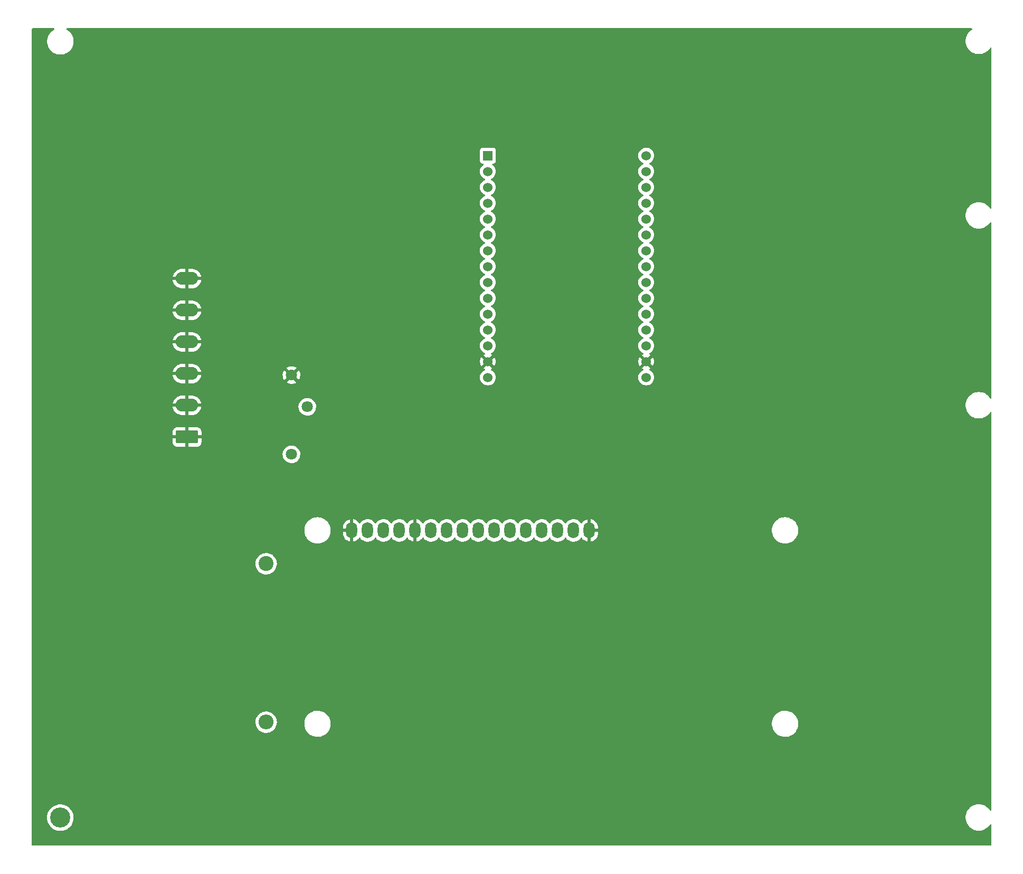
<source format=gbl>
%TF.GenerationSoftware,KiCad,Pcbnew,(6.0.11-0)*%
%TF.CreationDate,2023-03-27T16:41:50-06:00*%
%TF.ProjectId,LCD,4c43442e-6b69-4636-9164-5f7063625858,rev?*%
%TF.SameCoordinates,Original*%
%TF.FileFunction,Copper,L2,Bot*%
%TF.FilePolarity,Positive*%
%FSLAX46Y46*%
G04 Gerber Fmt 4.6, Leading zero omitted, Abs format (unit mm)*
G04 Created by KiCad (PCBNEW (6.0.11-0)) date 2023-03-27 16:41:50*
%MOMM*%
%LPD*%
G01*
G04 APERTURE LIST*
G04 Aperture macros list*
%AMRoundRect*
0 Rectangle with rounded corners*
0 $1 Rounding radius*
0 $2 $3 $4 $5 $6 $7 $8 $9 X,Y pos of 4 corners*
0 Add a 4 corners polygon primitive as box body*
4,1,4,$2,$3,$4,$5,$6,$7,$8,$9,$2,$3,0*
0 Add four circle primitives for the rounded corners*
1,1,$1+$1,$2,$3*
1,1,$1+$1,$4,$5*
1,1,$1+$1,$6,$7*
1,1,$1+$1,$8,$9*
0 Add four rect primitives between the rounded corners*
20,1,$1+$1,$2,$3,$4,$5,0*
20,1,$1+$1,$4,$5,$6,$7,0*
20,1,$1+$1,$6,$7,$8,$9,0*
20,1,$1+$1,$8,$9,$2,$3,0*%
G04 Aperture macros list end*
%TA.AperFunction,ComponentPad*%
%ADD10C,1.800000*%
%TD*%
%TA.AperFunction,ComponentPad*%
%ADD11RoundRect,0.249999X1.550001X-0.790001X1.550001X0.790001X-1.550001X0.790001X-1.550001X-0.790001X0*%
%TD*%
%TA.AperFunction,ComponentPad*%
%ADD12O,3.600000X2.080000*%
%TD*%
%TA.AperFunction,ComponentPad*%
%ADD13O,1.800000X2.600000*%
%TD*%
%TA.AperFunction,WasherPad*%
%ADD14C,3.230000*%
%TD*%
%TA.AperFunction,ComponentPad*%
%ADD15R,1.524000X1.524000*%
%TD*%
%TA.AperFunction,ComponentPad*%
%ADD16C,1.524000*%
%TD*%
%TA.AperFunction,ComponentPad*%
%ADD17C,2.400000*%
%TD*%
%TA.AperFunction,ComponentPad*%
%ADD18O,2.400000X2.400000*%
%TD*%
G04 APERTURE END LIST*
D10*
X72625000Y-94215000D03*
X75165000Y-86595000D03*
X72625000Y-81515000D03*
D11*
X55880000Y-91440000D03*
D12*
X55880000Y-86360000D03*
X55880000Y-81280000D03*
X55880000Y-76200000D03*
X55880000Y-71120000D03*
X55880000Y-66040000D03*
D13*
X82301080Y-106418380D03*
X84841080Y-106418380D03*
X87381080Y-106418380D03*
X89921080Y-106418380D03*
X92461080Y-106418380D03*
X95001080Y-106418380D03*
X97541080Y-106418380D03*
X100081080Y-106418380D03*
X102621080Y-106418380D03*
X105161080Y-106418380D03*
X107701080Y-106418380D03*
X110241080Y-106418380D03*
X112781080Y-106418380D03*
X115321080Y-106418380D03*
X117861080Y-106418380D03*
X120401080Y-106418380D03*
D14*
X35560000Y-152480000D03*
D15*
X104140000Y-46330000D03*
D16*
X104140000Y-48870000D03*
X104140000Y-51410000D03*
X104140000Y-53950000D03*
X104140000Y-56490000D03*
X104140000Y-59030000D03*
X104140000Y-61570000D03*
X104140000Y-64110000D03*
X104140000Y-66650000D03*
X104140000Y-69190000D03*
X104140000Y-71730000D03*
X104140000Y-74270000D03*
X104140000Y-76810000D03*
X104140000Y-79350000D03*
X104140000Y-81890000D03*
X129540000Y-81890000D03*
X129540000Y-79350000D03*
X129540000Y-76810000D03*
X129540000Y-74270000D03*
X129540000Y-71730000D03*
X129540000Y-69190000D03*
X129540000Y-66650000D03*
X129540000Y-64110000D03*
X129540000Y-61570000D03*
X129540000Y-59030000D03*
X129540000Y-56490000D03*
X129540000Y-53950000D03*
X129540000Y-51410000D03*
X129540000Y-48870000D03*
X129540000Y-46330000D03*
D17*
X68580000Y-111760000D03*
D18*
X68580000Y-137160000D03*
%TA.AperFunction,Conductor*%
G36*
X34570268Y-25928502D02*
G01*
X34616761Y-25982158D01*
X34626865Y-26052432D01*
X34597371Y-26117012D01*
X34559937Y-26146466D01*
X34457399Y-26199390D01*
X34220515Y-26365874D01*
X34217370Y-26368797D01*
X34217367Y-26368799D01*
X34202148Y-26382942D01*
X34008418Y-26562967D01*
X33825031Y-26787022D01*
X33673749Y-27033892D01*
X33557371Y-27299009D01*
X33478050Y-27577468D01*
X33477446Y-27581710D01*
X33477445Y-27581716D01*
X33474338Y-27603550D01*
X33437254Y-27864115D01*
X33436455Y-28016747D01*
X33436135Y-28077895D01*
X33435738Y-28153647D01*
X33436297Y-28157891D01*
X33436297Y-28157895D01*
X33439225Y-28180136D01*
X33473530Y-28440706D01*
X33549931Y-28719980D01*
X33663526Y-28986302D01*
X33812215Y-29234742D01*
X33993245Y-29460705D01*
X34203267Y-29660008D01*
X34438395Y-29828964D01*
X34694277Y-29964447D01*
X34718759Y-29973406D01*
X34925495Y-30049061D01*
X34966178Y-30063949D01*
X35249068Y-30125629D01*
X35253337Y-30125965D01*
X35473691Y-30143307D01*
X35473700Y-30143307D01*
X35476148Y-30143500D01*
X35632785Y-30143500D01*
X35634921Y-30143354D01*
X35634932Y-30143354D01*
X35844588Y-30129061D01*
X35844594Y-30129060D01*
X35848865Y-30128769D01*
X35853060Y-30127900D01*
X35853062Y-30127900D01*
X35990626Y-30099412D01*
X36132386Y-30070055D01*
X36405314Y-29973406D01*
X36662601Y-29840610D01*
X36899485Y-29674126D01*
X36902633Y-29671201D01*
X37108439Y-29479954D01*
X37108442Y-29479951D01*
X37111582Y-29477033D01*
X37294969Y-29252978D01*
X37446251Y-29006108D01*
X37481369Y-28926108D01*
X37560904Y-28744920D01*
X37562629Y-28740991D01*
X37641950Y-28462532D01*
X37645057Y-28440706D01*
X37682141Y-28180136D01*
X37682746Y-28175885D01*
X37684262Y-27886353D01*
X37681335Y-27864115D01*
X37647030Y-27603550D01*
X37646470Y-27599294D01*
X37618614Y-27497468D01*
X37571203Y-27324165D01*
X37571203Y-27324164D01*
X37570069Y-27320020D01*
X37456474Y-27053698D01*
X37307785Y-26805258D01*
X37126755Y-26579295D01*
X36916733Y-26379992D01*
X36681605Y-26211036D01*
X36558498Y-26145854D01*
X36507655Y-26096301D01*
X36491673Y-26027127D01*
X36515627Y-25960293D01*
X36571911Y-25917020D01*
X36617457Y-25908500D01*
X181679057Y-25908500D01*
X181747178Y-25928502D01*
X181793671Y-25982158D01*
X181803775Y-26052432D01*
X181774281Y-26117012D01*
X181751507Y-26137587D01*
X181666370Y-26197422D01*
X181540515Y-26285874D01*
X181537370Y-26288797D01*
X181537367Y-26288799D01*
X181436058Y-26382942D01*
X181328418Y-26482967D01*
X181145031Y-26707022D01*
X180993749Y-26953892D01*
X180992030Y-26957809D01*
X180992028Y-26957812D01*
X180956911Y-27037812D01*
X180877371Y-27219009D01*
X180798050Y-27497468D01*
X180797446Y-27501710D01*
X180797445Y-27501716D01*
X180784147Y-27595152D01*
X180757254Y-27784115D01*
X180755738Y-28073647D01*
X180756297Y-28077891D01*
X180756297Y-28077895D01*
X180772927Y-28204210D01*
X180793530Y-28360706D01*
X180794663Y-28364846D01*
X180794663Y-28364848D01*
X180822516Y-28466662D01*
X180869931Y-28639980D01*
X180983526Y-28906302D01*
X181132215Y-29154742D01*
X181313245Y-29380705D01*
X181523267Y-29580008D01*
X181758395Y-29748964D01*
X182014277Y-29884447D01*
X182038759Y-29893406D01*
X182251996Y-29971440D01*
X182286178Y-29983949D01*
X182569068Y-30045629D01*
X182573337Y-30045965D01*
X182793691Y-30063307D01*
X182793700Y-30063307D01*
X182796148Y-30063500D01*
X182952785Y-30063500D01*
X182954921Y-30063354D01*
X182954932Y-30063354D01*
X183164588Y-30049061D01*
X183164594Y-30049060D01*
X183168865Y-30048769D01*
X183173060Y-30047900D01*
X183173062Y-30047900D01*
X183310625Y-30019412D01*
X183452386Y-29990055D01*
X183725314Y-29893406D01*
X183982601Y-29760610D01*
X184219485Y-29594126D01*
X184222633Y-29591201D01*
X184428439Y-29399954D01*
X184428442Y-29399951D01*
X184431582Y-29397033D01*
X184614969Y-29172978D01*
X184678067Y-29070011D01*
X184730715Y-29022380D01*
X184800756Y-29010773D01*
X184865954Y-29038876D01*
X184905608Y-29097766D01*
X184911500Y-29135846D01*
X184911500Y-54723425D01*
X184891498Y-54791546D01*
X184837842Y-54838039D01*
X184767568Y-54848143D01*
X184702988Y-54818649D01*
X184677384Y-54788132D01*
X184627785Y-54705258D01*
X184446755Y-54479295D01*
X184236733Y-54279992D01*
X184001605Y-54111036D01*
X183745723Y-53975553D01*
X183473822Y-53876051D01*
X183190932Y-53814371D01*
X183186663Y-53814035D01*
X182966309Y-53796693D01*
X182966300Y-53796693D01*
X182963852Y-53796500D01*
X182807215Y-53796500D01*
X182805079Y-53796646D01*
X182805068Y-53796646D01*
X182595412Y-53810939D01*
X182595406Y-53810940D01*
X182591135Y-53811231D01*
X182586940Y-53812100D01*
X182586938Y-53812100D01*
X182449374Y-53840588D01*
X182307614Y-53869945D01*
X182034686Y-53966594D01*
X181777399Y-54099390D01*
X181540515Y-54265874D01*
X181537370Y-54268797D01*
X181537367Y-54268799D01*
X181416748Y-54380886D01*
X181328418Y-54462967D01*
X181145031Y-54687022D01*
X180993749Y-54933892D01*
X180877371Y-55199009D01*
X180876195Y-55203137D01*
X180876194Y-55203140D01*
X180871386Y-55220020D01*
X180798050Y-55477468D01*
X180797446Y-55481710D01*
X180797445Y-55481716D01*
X180792435Y-55516920D01*
X180757254Y-55764115D01*
X180755738Y-56053647D01*
X180756297Y-56057891D01*
X180756297Y-56057895D01*
X180772927Y-56184210D01*
X180793530Y-56340706D01*
X180794663Y-56344846D01*
X180794663Y-56344848D01*
X180834372Y-56490000D01*
X180869931Y-56619980D01*
X180983526Y-56886302D01*
X181132215Y-57134742D01*
X181313245Y-57360705D01*
X181523267Y-57560008D01*
X181758395Y-57728964D01*
X182014277Y-57864447D01*
X182286178Y-57963949D01*
X182569068Y-58025629D01*
X182573337Y-58025965D01*
X182793691Y-58043307D01*
X182793700Y-58043307D01*
X182796148Y-58043500D01*
X182952785Y-58043500D01*
X182954921Y-58043354D01*
X182954932Y-58043354D01*
X183164588Y-58029061D01*
X183164594Y-58029060D01*
X183168865Y-58028769D01*
X183173060Y-58027900D01*
X183173062Y-58027900D01*
X183310626Y-57999412D01*
X183452386Y-57970055D01*
X183725314Y-57873406D01*
X183982601Y-57740610D01*
X184219485Y-57574126D01*
X184222633Y-57571201D01*
X184428439Y-57379954D01*
X184428442Y-57379951D01*
X184431582Y-57377033D01*
X184614969Y-57152978D01*
X184678067Y-57050011D01*
X184730715Y-57002380D01*
X184800756Y-56990773D01*
X184865954Y-57018876D01*
X184905608Y-57077766D01*
X184911500Y-57115846D01*
X184911500Y-85163425D01*
X184891498Y-85231546D01*
X184837842Y-85278039D01*
X184767568Y-85288143D01*
X184702988Y-85258649D01*
X184677384Y-85228132D01*
X184672139Y-85219368D01*
X184627785Y-85145258D01*
X184607374Y-85119780D01*
X184462740Y-84939248D01*
X184446755Y-84919295D01*
X184236733Y-84719992D01*
X184001605Y-84551036D01*
X183745723Y-84415553D01*
X183473822Y-84316051D01*
X183190932Y-84254371D01*
X183186663Y-84254035D01*
X182966309Y-84236693D01*
X182966300Y-84236693D01*
X182963852Y-84236500D01*
X182807215Y-84236500D01*
X182805079Y-84236646D01*
X182805068Y-84236646D01*
X182595412Y-84250939D01*
X182595406Y-84250940D01*
X182591135Y-84251231D01*
X182586940Y-84252100D01*
X182586938Y-84252100D01*
X182449374Y-84280588D01*
X182307614Y-84309945D01*
X182034686Y-84406594D01*
X181777399Y-84539390D01*
X181540515Y-84705874D01*
X181537370Y-84708797D01*
X181537367Y-84708799D01*
X181344162Y-84888337D01*
X181328418Y-84902967D01*
X181145031Y-85127022D01*
X180993749Y-85373892D01*
X180992030Y-85377809D01*
X180992028Y-85377812D01*
X180974470Y-85417810D01*
X180877371Y-85639009D01*
X180798050Y-85917468D01*
X180797446Y-85921710D01*
X180797445Y-85921716D01*
X180771744Y-86102301D01*
X180757254Y-86204115D01*
X180755738Y-86493647D01*
X180756297Y-86497891D01*
X180756297Y-86497895D01*
X180764535Y-86560469D01*
X180793530Y-86780706D01*
X180794663Y-86784846D01*
X180794663Y-86784848D01*
X180863212Y-87035421D01*
X180869931Y-87059980D01*
X180983526Y-87326302D01*
X181132215Y-87574742D01*
X181134899Y-87578093D01*
X181134901Y-87578095D01*
X181202408Y-87662357D01*
X181313245Y-87800705D01*
X181426098Y-87907798D01*
X181500180Y-87978099D01*
X181523267Y-88000008D01*
X181758395Y-88168964D01*
X182014277Y-88304447D01*
X182286178Y-88403949D01*
X182569068Y-88465629D01*
X182573337Y-88465965D01*
X182793691Y-88483307D01*
X182793700Y-88483307D01*
X182796148Y-88483500D01*
X182952785Y-88483500D01*
X182954921Y-88483354D01*
X182954932Y-88483354D01*
X183164588Y-88469061D01*
X183164594Y-88469060D01*
X183168865Y-88468769D01*
X183173060Y-88467900D01*
X183173062Y-88467900D01*
X183310626Y-88439412D01*
X183452386Y-88410055D01*
X183725314Y-88313406D01*
X183982601Y-88180610D01*
X184219485Y-88014126D01*
X184222633Y-88011201D01*
X184428439Y-87819954D01*
X184428442Y-87819951D01*
X184431582Y-87817033D01*
X184614969Y-87592978D01*
X184678067Y-87490011D01*
X184730715Y-87442380D01*
X184800756Y-87430773D01*
X184865954Y-87458876D01*
X184905608Y-87517766D01*
X184911500Y-87555846D01*
X184911500Y-151243425D01*
X184891498Y-151311546D01*
X184837842Y-151358039D01*
X184767568Y-151368143D01*
X184702988Y-151338649D01*
X184677384Y-151308132D01*
X184627785Y-151225258D01*
X184446755Y-150999295D01*
X184236733Y-150799992D01*
X184001605Y-150631036D01*
X183745723Y-150495553D01*
X183473822Y-150396051D01*
X183190932Y-150334371D01*
X183186663Y-150334035D01*
X182966309Y-150316693D01*
X182966300Y-150316693D01*
X182963852Y-150316500D01*
X182807215Y-150316500D01*
X182805079Y-150316646D01*
X182805068Y-150316646D01*
X182595412Y-150330939D01*
X182595406Y-150330940D01*
X182591135Y-150331231D01*
X182586940Y-150332100D01*
X182586938Y-150332100D01*
X182472794Y-150355738D01*
X182307614Y-150389945D01*
X182034686Y-150486594D01*
X181777399Y-150619390D01*
X181540515Y-150785874D01*
X181537370Y-150788797D01*
X181537367Y-150788799D01*
X181387120Y-150928418D01*
X181328418Y-150982967D01*
X181145031Y-151207022D01*
X180993749Y-151453892D01*
X180877371Y-151719009D01*
X180798050Y-151997468D01*
X180797446Y-152001710D01*
X180797445Y-152001716D01*
X180773020Y-152173338D01*
X180757254Y-152284115D01*
X180755738Y-152573647D01*
X180793530Y-152860706D01*
X180869931Y-153139980D01*
X180983526Y-153406302D01*
X181132215Y-153654742D01*
X181313245Y-153880705D01*
X181523267Y-154080008D01*
X181758395Y-154248964D01*
X182014277Y-154384447D01*
X182286178Y-154483949D01*
X182569068Y-154545629D01*
X182573337Y-154545965D01*
X182793691Y-154563307D01*
X182793700Y-154563307D01*
X182796148Y-154563500D01*
X182952785Y-154563500D01*
X182954921Y-154563354D01*
X182954932Y-154563354D01*
X183164588Y-154549061D01*
X183164594Y-154549060D01*
X183168865Y-154548769D01*
X183173060Y-154547900D01*
X183173062Y-154547900D01*
X183417454Y-154497289D01*
X183452386Y-154490055D01*
X183725314Y-154393406D01*
X183982601Y-154260610D01*
X184219485Y-154094126D01*
X184222633Y-154091201D01*
X184428439Y-153899954D01*
X184428442Y-153899951D01*
X184431582Y-153897033D01*
X184614969Y-153672978D01*
X184678067Y-153570011D01*
X184730715Y-153522380D01*
X184800756Y-153510773D01*
X184865954Y-153538876D01*
X184905608Y-153597766D01*
X184911500Y-153635846D01*
X184911500Y-156845500D01*
X184891498Y-156913621D01*
X184837842Y-156960114D01*
X184785500Y-156971500D01*
X31114500Y-156971500D01*
X31046379Y-156951498D01*
X30999886Y-156897842D01*
X30988500Y-156845500D01*
X30988500Y-152457711D01*
X33431655Y-152457711D01*
X33448322Y-152746767D01*
X33449147Y-152750972D01*
X33449148Y-152750980D01*
X33488846Y-152953320D01*
X33504064Y-153030887D01*
X33505451Y-153034938D01*
X33539996Y-153135835D01*
X33597849Y-153304812D01*
X33727943Y-153563475D01*
X33730369Y-153567004D01*
X33730372Y-153567010D01*
X33800691Y-153669324D01*
X33891938Y-153802089D01*
X34086800Y-154016239D01*
X34090089Y-154018989D01*
X34305629Y-154199210D01*
X34305634Y-154199214D01*
X34308921Y-154201962D01*
X34431557Y-154278891D01*
X34550554Y-154353538D01*
X34550558Y-154353540D01*
X34554194Y-154355821D01*
X34558104Y-154357586D01*
X34558105Y-154357587D01*
X34814166Y-154473203D01*
X34814170Y-154473205D01*
X34818078Y-154474969D01*
X34864180Y-154488625D01*
X35091577Y-154555984D01*
X35091582Y-154555985D01*
X35095690Y-154557202D01*
X35099924Y-154557850D01*
X35099929Y-154557851D01*
X35377653Y-154600348D01*
X35377655Y-154600348D01*
X35381895Y-154600997D01*
X35529280Y-154603312D01*
X35667104Y-154605478D01*
X35667110Y-154605478D01*
X35671395Y-154605545D01*
X35958834Y-154570761D01*
X36238893Y-154497289D01*
X36506389Y-154386488D01*
X36513324Y-154382436D01*
X36718437Y-154262578D01*
X36756373Y-154240410D01*
X36984219Y-154061756D01*
X37185711Y-153853832D01*
X37188244Y-153850384D01*
X37188248Y-153850379D01*
X37354582Y-153623942D01*
X37357120Y-153620487D01*
X37471415Y-153409982D01*
X37493225Y-153369814D01*
X37493226Y-153369812D01*
X37495275Y-153366038D01*
X37597618Y-153095193D01*
X37662257Y-152812965D01*
X37687995Y-152524575D01*
X37688462Y-152480000D01*
X37687234Y-152461991D01*
X37669061Y-152195412D01*
X37669060Y-152195406D01*
X37668769Y-152191135D01*
X37665084Y-152173338D01*
X37610924Y-151911811D01*
X37610055Y-151907614D01*
X37513406Y-151634686D01*
X37380610Y-151377399D01*
X37214126Y-151140515D01*
X37082896Y-150999295D01*
X37019954Y-150931561D01*
X37019951Y-150931558D01*
X37017033Y-150928418D01*
X36792978Y-150745031D01*
X36546108Y-150593749D01*
X36542191Y-150592030D01*
X36542188Y-150592028D01*
X36326992Y-150497564D01*
X36280991Y-150477371D01*
X36276863Y-150476195D01*
X36276860Y-150476194D01*
X36190096Y-150451479D01*
X36002532Y-150398050D01*
X35998290Y-150397446D01*
X35998284Y-150397445D01*
X35720136Y-150357859D01*
X35715885Y-150357254D01*
X35563253Y-150356455D01*
X35430639Y-150355760D01*
X35430633Y-150355760D01*
X35426353Y-150355738D01*
X35422109Y-150356297D01*
X35422105Y-150356297D01*
X35295790Y-150372927D01*
X35139294Y-150393530D01*
X35135154Y-150394663D01*
X35135152Y-150394663D01*
X35118469Y-150399227D01*
X34860020Y-150469931D01*
X34593698Y-150583526D01*
X34345258Y-150732215D01*
X34341907Y-150734899D01*
X34341905Y-150734901D01*
X34329261Y-150745031D01*
X34119295Y-150913245D01*
X33919992Y-151123267D01*
X33751036Y-151358395D01*
X33615553Y-151614277D01*
X33516051Y-151886178D01*
X33454371Y-152169068D01*
X33431655Y-152457711D01*
X30988500Y-152457711D01*
X30988500Y-137115151D01*
X66867296Y-137115151D01*
X66879480Y-137368798D01*
X66880393Y-137373386D01*
X66919416Y-137569568D01*
X66929021Y-137617857D01*
X66930600Y-137622255D01*
X66930602Y-137622262D01*
X66975022Y-137745980D01*
X67014831Y-137856858D01*
X67135025Y-138080551D01*
X67137820Y-138084294D01*
X67137822Y-138084297D01*
X67284171Y-138280282D01*
X67284176Y-138280288D01*
X67286963Y-138284020D01*
X67290272Y-138287300D01*
X67290277Y-138287306D01*
X67402166Y-138398222D01*
X67467307Y-138462797D01*
X67471069Y-138465555D01*
X67471072Y-138465558D01*
X67576764Y-138543054D01*
X67672094Y-138612953D01*
X67676229Y-138615129D01*
X67676233Y-138615131D01*
X67794289Y-138677243D01*
X67896827Y-138731191D01*
X68136568Y-138814912D01*
X68386050Y-138862278D01*
X68506532Y-138867011D01*
X68635125Y-138872064D01*
X68635130Y-138872064D01*
X68639793Y-138872247D01*
X68738774Y-138861407D01*
X68887569Y-138845112D01*
X68887575Y-138845111D01*
X68892222Y-138844602D01*
X69001680Y-138815784D01*
X69133273Y-138781138D01*
X69137793Y-138779948D01*
X69256353Y-138729011D01*
X69366807Y-138681557D01*
X69366810Y-138681555D01*
X69371110Y-138679708D01*
X69375090Y-138677245D01*
X69375094Y-138677243D01*
X69583064Y-138548547D01*
X69583066Y-138548545D01*
X69587047Y-138546082D01*
X69685428Y-138462797D01*
X69777289Y-138385031D01*
X69777291Y-138385029D01*
X69780862Y-138382006D01*
X69948295Y-138191084D01*
X69981855Y-138138910D01*
X70083141Y-137981442D01*
X70085669Y-137977512D01*
X70189967Y-137745980D01*
X70244736Y-137551783D01*
X74692723Y-137551783D01*
X74730248Y-137836814D01*
X74806109Y-138114116D01*
X74918903Y-138378556D01*
X74969320Y-138462797D01*
X75059187Y-138612953D01*
X75066541Y-138625241D01*
X75246293Y-138849608D01*
X75454831Y-139047503D01*
X75688297Y-139215266D01*
X75692092Y-139217275D01*
X75692093Y-139217276D01*
X75713849Y-139228795D01*
X75942372Y-139349792D01*
X76212353Y-139448591D01*
X76493244Y-139509835D01*
X76521821Y-139512084D01*
X76716262Y-139527387D01*
X76716271Y-139527387D01*
X76718719Y-139527580D01*
X76874251Y-139527580D01*
X76876387Y-139527434D01*
X76876398Y-139527434D01*
X77084528Y-139513245D01*
X77084534Y-139513244D01*
X77088805Y-139512953D01*
X77093000Y-139512084D01*
X77093002Y-139512084D01*
X77229563Y-139483804D01*
X77370322Y-139454654D01*
X77641323Y-139358687D01*
X77896792Y-139226830D01*
X77900293Y-139224369D01*
X77900297Y-139224367D01*
X78014397Y-139144176D01*
X78132003Y-139061521D01*
X78335883Y-138872064D01*
X78339459Y-138868741D01*
X78339461Y-138868738D01*
X78342602Y-138865820D01*
X78524693Y-138643348D01*
X78674907Y-138398222D01*
X78680698Y-138385031D01*
X78788737Y-138138910D01*
X78790463Y-138134978D01*
X78869224Y-137858486D01*
X78909731Y-137573864D01*
X78909825Y-137556031D01*
X78909847Y-137551783D01*
X149691303Y-137551783D01*
X149728828Y-137836814D01*
X149804689Y-138114116D01*
X149917483Y-138378556D01*
X149967900Y-138462797D01*
X150057767Y-138612953D01*
X150065121Y-138625241D01*
X150244873Y-138849608D01*
X150453411Y-139047503D01*
X150686877Y-139215266D01*
X150690672Y-139217275D01*
X150690673Y-139217276D01*
X150712429Y-139228795D01*
X150940952Y-139349792D01*
X151210933Y-139448591D01*
X151491824Y-139509835D01*
X151520401Y-139512084D01*
X151714842Y-139527387D01*
X151714851Y-139527387D01*
X151717299Y-139527580D01*
X151872831Y-139527580D01*
X151874967Y-139527434D01*
X151874978Y-139527434D01*
X152083108Y-139513245D01*
X152083114Y-139513244D01*
X152087385Y-139512953D01*
X152091580Y-139512084D01*
X152091582Y-139512084D01*
X152228143Y-139483804D01*
X152368902Y-139454654D01*
X152639903Y-139358687D01*
X152895372Y-139226830D01*
X152898873Y-139224369D01*
X152898877Y-139224367D01*
X153012977Y-139144176D01*
X153130583Y-139061521D01*
X153334463Y-138872064D01*
X153338039Y-138868741D01*
X153338041Y-138868738D01*
X153341182Y-138865820D01*
X153523273Y-138643348D01*
X153673487Y-138398222D01*
X153679278Y-138385031D01*
X153787317Y-138138910D01*
X153789043Y-138134978D01*
X153867804Y-137858486D01*
X153908311Y-137573864D01*
X153908405Y-137556031D01*
X153909795Y-137290663D01*
X153909795Y-137290656D01*
X153909817Y-137286377D01*
X153904569Y-137246510D01*
X153872852Y-137005602D01*
X153872292Y-137001346D01*
X153796431Y-136724044D01*
X153683637Y-136459604D01*
X153535999Y-136212919D01*
X153356247Y-135988552D01*
X153190983Y-135831722D01*
X153150818Y-135793607D01*
X153150815Y-135793605D01*
X153147709Y-135790657D01*
X152914243Y-135622894D01*
X152892403Y-135611330D01*
X152790110Y-135557169D01*
X152660168Y-135488368D01*
X152390187Y-135389569D01*
X152109296Y-135328325D01*
X152078245Y-135325881D01*
X151886278Y-135310773D01*
X151886269Y-135310773D01*
X151883821Y-135310580D01*
X151728289Y-135310580D01*
X151726153Y-135310726D01*
X151726142Y-135310726D01*
X151518012Y-135324915D01*
X151518006Y-135324916D01*
X151513735Y-135325207D01*
X151509540Y-135326076D01*
X151509538Y-135326076D01*
X151372976Y-135354357D01*
X151232218Y-135383506D01*
X150961217Y-135479473D01*
X150705748Y-135611330D01*
X150702247Y-135613791D01*
X150702243Y-135613793D01*
X150588142Y-135693985D01*
X150470537Y-135776639D01*
X150259938Y-135972340D01*
X150077847Y-136194812D01*
X149927633Y-136439938D01*
X149812077Y-136703182D01*
X149733316Y-136979674D01*
X149692809Y-137264296D01*
X149692787Y-137268585D01*
X149692786Y-137268592D01*
X149691590Y-137496944D01*
X149691303Y-137551783D01*
X78909847Y-137551783D01*
X78911215Y-137290663D01*
X78911215Y-137290656D01*
X78911237Y-137286377D01*
X78905989Y-137246510D01*
X78874272Y-137005602D01*
X78873712Y-137001346D01*
X78797851Y-136724044D01*
X78685057Y-136459604D01*
X78537419Y-136212919D01*
X78357667Y-135988552D01*
X78192403Y-135831722D01*
X78152238Y-135793607D01*
X78152235Y-135793605D01*
X78149129Y-135790657D01*
X77915663Y-135622894D01*
X77893823Y-135611330D01*
X77791530Y-135557169D01*
X77661588Y-135488368D01*
X77391607Y-135389569D01*
X77110716Y-135328325D01*
X77079665Y-135325881D01*
X76887698Y-135310773D01*
X76887689Y-135310773D01*
X76885241Y-135310580D01*
X76729709Y-135310580D01*
X76727573Y-135310726D01*
X76727562Y-135310726D01*
X76519432Y-135324915D01*
X76519426Y-135324916D01*
X76515155Y-135325207D01*
X76510960Y-135326076D01*
X76510958Y-135326076D01*
X76374396Y-135354357D01*
X76233638Y-135383506D01*
X75962637Y-135479473D01*
X75707168Y-135611330D01*
X75703667Y-135613791D01*
X75703663Y-135613793D01*
X75589562Y-135693985D01*
X75471957Y-135776639D01*
X75261358Y-135972340D01*
X75079267Y-136194812D01*
X74929053Y-136439938D01*
X74813497Y-136703182D01*
X74734736Y-136979674D01*
X74694229Y-137264296D01*
X74694207Y-137268585D01*
X74694206Y-137268592D01*
X74693010Y-137496944D01*
X74692723Y-137551783D01*
X70244736Y-137551783D01*
X70258896Y-137501575D01*
X70286273Y-137286377D01*
X70290545Y-137252798D01*
X70290545Y-137252792D01*
X70290943Y-137249667D01*
X70293291Y-137160000D01*
X70274472Y-136906759D01*
X70218428Y-136659082D01*
X70142392Y-136463556D01*
X70128084Y-136426762D01*
X70128083Y-136426760D01*
X70126391Y-136422409D01*
X70105866Y-136386498D01*
X70002702Y-136205997D01*
X70002700Y-136205995D01*
X70000383Y-136201940D01*
X69843171Y-136002517D01*
X69658209Y-135828523D01*
X69587626Y-135779558D01*
X69453393Y-135686437D01*
X69453390Y-135686435D01*
X69449561Y-135683779D01*
X69445384Y-135681719D01*
X69445377Y-135681715D01*
X69225996Y-135573528D01*
X69225992Y-135573527D01*
X69221810Y-135571464D01*
X68979960Y-135494047D01*
X68936032Y-135486893D01*
X68733935Y-135453980D01*
X68733934Y-135453980D01*
X68729323Y-135453229D01*
X68602364Y-135451567D01*
X68480083Y-135449966D01*
X68480080Y-135449966D01*
X68475406Y-135449905D01*
X68223787Y-135484149D01*
X68219301Y-135485457D01*
X68219299Y-135485457D01*
X68192401Y-135493297D01*
X67979993Y-135555208D01*
X67749380Y-135661522D01*
X67745471Y-135664085D01*
X67540928Y-135798189D01*
X67540923Y-135798193D01*
X67537015Y-135800755D01*
X67347562Y-135969848D01*
X67185183Y-136165087D01*
X67053447Y-136382182D01*
X66955246Y-136616365D01*
X66892738Y-136862490D01*
X66867296Y-137115151D01*
X30988500Y-137115151D01*
X30988500Y-111715151D01*
X66867296Y-111715151D01*
X66879480Y-111968798D01*
X66929021Y-112217857D01*
X66930600Y-112222255D01*
X66930602Y-112222262D01*
X66975022Y-112345980D01*
X67014831Y-112456858D01*
X67135025Y-112680551D01*
X67137820Y-112684294D01*
X67137822Y-112684297D01*
X67284171Y-112880282D01*
X67284176Y-112880288D01*
X67286963Y-112884020D01*
X67290272Y-112887300D01*
X67290277Y-112887306D01*
X67388859Y-112985031D01*
X67467307Y-113062797D01*
X67471069Y-113065555D01*
X67471072Y-113065558D01*
X67576764Y-113143054D01*
X67672094Y-113212953D01*
X67676229Y-113215129D01*
X67676233Y-113215131D01*
X67794289Y-113277243D01*
X67896827Y-113331191D01*
X68136568Y-113414912D01*
X68386050Y-113462278D01*
X68506532Y-113467011D01*
X68635125Y-113472064D01*
X68635130Y-113472064D01*
X68639793Y-113472247D01*
X68738774Y-113461407D01*
X68887569Y-113445112D01*
X68887575Y-113445111D01*
X68892222Y-113444602D01*
X69001680Y-113415784D01*
X69133273Y-113381138D01*
X69137793Y-113379948D01*
X69256353Y-113329011D01*
X69366807Y-113281557D01*
X69366810Y-113281555D01*
X69371110Y-113279708D01*
X69375090Y-113277245D01*
X69375094Y-113277243D01*
X69583064Y-113148547D01*
X69583066Y-113148545D01*
X69587047Y-113146082D01*
X69685428Y-113062797D01*
X69777289Y-112985031D01*
X69777291Y-112985029D01*
X69780862Y-112982006D01*
X69948295Y-112791084D01*
X70085669Y-112577512D01*
X70189967Y-112345980D01*
X70258896Y-112101575D01*
X70290943Y-111849667D01*
X70293291Y-111760000D01*
X70274472Y-111506759D01*
X70218428Y-111259082D01*
X70126391Y-111022409D01*
X70105866Y-110986498D01*
X70002702Y-110805997D01*
X70002700Y-110805995D01*
X70000383Y-110801940D01*
X69843171Y-110602517D01*
X69658209Y-110428523D01*
X69614483Y-110398189D01*
X69453393Y-110286437D01*
X69453390Y-110286435D01*
X69449561Y-110283779D01*
X69445384Y-110281719D01*
X69445377Y-110281715D01*
X69225996Y-110173528D01*
X69225992Y-110173527D01*
X69221810Y-110171464D01*
X68979960Y-110094047D01*
X68975355Y-110093297D01*
X68733935Y-110053980D01*
X68733934Y-110053980D01*
X68729323Y-110053229D01*
X68602364Y-110051567D01*
X68480083Y-110049966D01*
X68480080Y-110049966D01*
X68475406Y-110049905D01*
X68223787Y-110084149D01*
X67979993Y-110155208D01*
X67749380Y-110261522D01*
X67745471Y-110264085D01*
X67540928Y-110398189D01*
X67540923Y-110398193D01*
X67537015Y-110400755D01*
X67347562Y-110569848D01*
X67185183Y-110765087D01*
X67053447Y-110982182D01*
X66955246Y-111216365D01*
X66892738Y-111462490D01*
X66867296Y-111715151D01*
X30988500Y-111715151D01*
X30988500Y-106551083D01*
X74692723Y-106551083D01*
X74730248Y-106836114D01*
X74806109Y-107113416D01*
X74918903Y-107377856D01*
X74951238Y-107431883D01*
X75059925Y-107613486D01*
X75066541Y-107624541D01*
X75246293Y-107848908D01*
X75359825Y-107956646D01*
X75422551Y-108016170D01*
X75454831Y-108046803D01*
X75630406Y-108172967D01*
X75669026Y-108200718D01*
X75688297Y-108214566D01*
X75692092Y-108216575D01*
X75692093Y-108216576D01*
X75713849Y-108228095D01*
X75942372Y-108349092D01*
X76212353Y-108447891D01*
X76493244Y-108509135D01*
X76521821Y-108511384D01*
X76716262Y-108526687D01*
X76716271Y-108526687D01*
X76718719Y-108526880D01*
X76874251Y-108526880D01*
X76876387Y-108526734D01*
X76876398Y-108526734D01*
X77084528Y-108512545D01*
X77084534Y-108512544D01*
X77088805Y-108512253D01*
X77093000Y-108511384D01*
X77093002Y-108511384D01*
X77229564Y-108483103D01*
X77370322Y-108453954D01*
X77641323Y-108357987D01*
X77888901Y-108230203D01*
X77892985Y-108228095D01*
X77892986Y-108228095D01*
X77896792Y-108226130D01*
X77900293Y-108223669D01*
X77900297Y-108223667D01*
X78096084Y-108086065D01*
X78132003Y-108060821D01*
X78236932Y-107963315D01*
X78339459Y-107868041D01*
X78339461Y-107868038D01*
X78342602Y-107865120D01*
X78524693Y-107642648D01*
X78674907Y-107397522D01*
X78790463Y-107134278D01*
X78864115Y-106875720D01*
X80893080Y-106875720D01*
X80893305Y-106881029D01*
X80907740Y-107051151D01*
X80909532Y-107061639D01*
X80966881Y-107282591D01*
X80970413Y-107292619D01*
X81064165Y-107500743D01*
X81069345Y-107510049D01*
X81196827Y-107699404D01*
X81203486Y-107707687D01*
X81361051Y-107872858D01*
X81369022Y-107879910D01*
X81552162Y-108016170D01*
X81561199Y-108021774D01*
X81764686Y-108125231D01*
X81774539Y-108129232D01*
X81992541Y-108196924D01*
X82002928Y-108199208D01*
X82029123Y-108202680D01*
X82043287Y-108200484D01*
X82047080Y-108187299D01*
X82047080Y-108185662D01*
X82555080Y-108185662D01*
X82559053Y-108199193D01*
X82569660Y-108200718D01*
X82701920Y-108172967D01*
X82712117Y-108169907D01*
X82924420Y-108086065D01*
X82933956Y-108081331D01*
X83129105Y-107962912D01*
X83137698Y-107956646D01*
X83310107Y-107807038D01*
X83317527Y-107799408D01*
X83462261Y-107622891D01*
X83469722Y-107612036D01*
X83524792Y-107567227D01*
X83595345Y-107559304D01*
X83658981Y-107590782D01*
X83678080Y-107613039D01*
X83739414Y-107704142D01*
X83904406Y-107877098D01*
X84096180Y-108019782D01*
X84100931Y-108022198D01*
X84100935Y-108022200D01*
X84304494Y-108125694D01*
X84309252Y-108128113D01*
X84423392Y-108163555D01*
X84532429Y-108197412D01*
X84532435Y-108197413D01*
X84537532Y-108198996D01*
X84664963Y-108215886D01*
X84769207Y-108229703D01*
X84769211Y-108229703D01*
X84774491Y-108230403D01*
X84779820Y-108230203D01*
X84779821Y-108230203D01*
X84877589Y-108226532D01*
X85013354Y-108221435D01*
X85113206Y-108200484D01*
X85242064Y-108173447D01*
X85242067Y-108173446D01*
X85247291Y-108172350D01*
X85469613Y-108084551D01*
X85673963Y-107960548D01*
X85854499Y-107803887D01*
X85857882Y-107799761D01*
X85857886Y-107799757D01*
X86002671Y-107623178D01*
X86002673Y-107623175D01*
X86006058Y-107619047D01*
X86008697Y-107614411D01*
X86010025Y-107612479D01*
X86065096Y-107567672D01*
X86135650Y-107559751D01*
X86199285Y-107591232D01*
X86218381Y-107613486D01*
X86279414Y-107704142D01*
X86444406Y-107877098D01*
X86636180Y-108019782D01*
X86640931Y-108022198D01*
X86640935Y-108022200D01*
X86844494Y-108125694D01*
X86849252Y-108128113D01*
X86963392Y-108163555D01*
X87072429Y-108197412D01*
X87072435Y-108197413D01*
X87077532Y-108198996D01*
X87204963Y-108215886D01*
X87309207Y-108229703D01*
X87309211Y-108229703D01*
X87314491Y-108230403D01*
X87319820Y-108230203D01*
X87319821Y-108230203D01*
X87417589Y-108226532D01*
X87553354Y-108221435D01*
X87653206Y-108200484D01*
X87782064Y-108173447D01*
X87782067Y-108173446D01*
X87787291Y-108172350D01*
X88009613Y-108084551D01*
X88213963Y-107960548D01*
X88394499Y-107803887D01*
X88397882Y-107799761D01*
X88397886Y-107799757D01*
X88542671Y-107623178D01*
X88542673Y-107623175D01*
X88546058Y-107619047D01*
X88548697Y-107614411D01*
X88550025Y-107612479D01*
X88605096Y-107567672D01*
X88675650Y-107559751D01*
X88739285Y-107591232D01*
X88758381Y-107613486D01*
X88819414Y-107704142D01*
X88984406Y-107877098D01*
X89176180Y-108019782D01*
X89180931Y-108022198D01*
X89180935Y-108022200D01*
X89384494Y-108125694D01*
X89389252Y-108128113D01*
X89503392Y-108163555D01*
X89612429Y-108197412D01*
X89612435Y-108197413D01*
X89617532Y-108198996D01*
X89744963Y-108215886D01*
X89849207Y-108229703D01*
X89849211Y-108229703D01*
X89854491Y-108230403D01*
X89859820Y-108230203D01*
X89859821Y-108230203D01*
X89957589Y-108226532D01*
X90093354Y-108221435D01*
X90193206Y-108200484D01*
X90322064Y-108173447D01*
X90322067Y-108173446D01*
X90327291Y-108172350D01*
X90549613Y-108084551D01*
X90753963Y-107960548D01*
X90934499Y-107803887D01*
X90937882Y-107799761D01*
X90937886Y-107799757D01*
X91066706Y-107642648D01*
X91086058Y-107619047D01*
X91088699Y-107614407D01*
X91090324Y-107612043D01*
X91145392Y-107567232D01*
X91215945Y-107559307D01*
X91279582Y-107590783D01*
X91298684Y-107613042D01*
X91356831Y-107699409D01*
X91363486Y-107707687D01*
X91521051Y-107872858D01*
X91529022Y-107879910D01*
X91712162Y-108016170D01*
X91721199Y-108021774D01*
X91924686Y-108125231D01*
X91934539Y-108129232D01*
X92152541Y-108196924D01*
X92162928Y-108199208D01*
X92189123Y-108202680D01*
X92203287Y-108200484D01*
X92207080Y-108187299D01*
X92207080Y-108185662D01*
X92715080Y-108185662D01*
X92719053Y-108199193D01*
X92729660Y-108200718D01*
X92861920Y-108172967D01*
X92872117Y-108169907D01*
X93084420Y-108086065D01*
X93093956Y-108081331D01*
X93289105Y-107962912D01*
X93297698Y-107956646D01*
X93470107Y-107807038D01*
X93477527Y-107799408D01*
X93622261Y-107622891D01*
X93629722Y-107612036D01*
X93684792Y-107567227D01*
X93755345Y-107559304D01*
X93818981Y-107590782D01*
X93838080Y-107613039D01*
X93899414Y-107704142D01*
X94064406Y-107877098D01*
X94256180Y-108019782D01*
X94260931Y-108022198D01*
X94260935Y-108022200D01*
X94464494Y-108125694D01*
X94469252Y-108128113D01*
X94583392Y-108163555D01*
X94692429Y-108197412D01*
X94692435Y-108197413D01*
X94697532Y-108198996D01*
X94824963Y-108215886D01*
X94929207Y-108229703D01*
X94929211Y-108229703D01*
X94934491Y-108230403D01*
X94939820Y-108230203D01*
X94939821Y-108230203D01*
X95037589Y-108226532D01*
X95173354Y-108221435D01*
X95273206Y-108200484D01*
X95402064Y-108173447D01*
X95402067Y-108173446D01*
X95407291Y-108172350D01*
X95629613Y-108084551D01*
X95833963Y-107960548D01*
X96014499Y-107803887D01*
X96017882Y-107799761D01*
X96017886Y-107799757D01*
X96162671Y-107623178D01*
X96162673Y-107623175D01*
X96166058Y-107619047D01*
X96168697Y-107614411D01*
X96170025Y-107612479D01*
X96225096Y-107567672D01*
X96295650Y-107559751D01*
X96359285Y-107591232D01*
X96378381Y-107613486D01*
X96439414Y-107704142D01*
X96604406Y-107877098D01*
X96796180Y-108019782D01*
X96800931Y-108022198D01*
X96800935Y-108022200D01*
X97004494Y-108125694D01*
X97009252Y-108128113D01*
X97123392Y-108163555D01*
X97232429Y-108197412D01*
X97232435Y-108197413D01*
X97237532Y-108198996D01*
X97364963Y-108215886D01*
X97469207Y-108229703D01*
X97469211Y-108229703D01*
X97474491Y-108230403D01*
X97479820Y-108230203D01*
X97479821Y-108230203D01*
X97577589Y-108226532D01*
X97713354Y-108221435D01*
X97813206Y-108200484D01*
X97942064Y-108173447D01*
X97942067Y-108173446D01*
X97947291Y-108172350D01*
X98169613Y-108084551D01*
X98373963Y-107960548D01*
X98554499Y-107803887D01*
X98557882Y-107799761D01*
X98557886Y-107799757D01*
X98702671Y-107623178D01*
X98702673Y-107623175D01*
X98706058Y-107619047D01*
X98708697Y-107614411D01*
X98710025Y-107612479D01*
X98765096Y-107567672D01*
X98835650Y-107559751D01*
X98899285Y-107591232D01*
X98918381Y-107613486D01*
X98979414Y-107704142D01*
X99144406Y-107877098D01*
X99336180Y-108019782D01*
X99340931Y-108022198D01*
X99340935Y-108022200D01*
X99544494Y-108125694D01*
X99549252Y-108128113D01*
X99663392Y-108163555D01*
X99772429Y-108197412D01*
X99772435Y-108197413D01*
X99777532Y-108198996D01*
X99904963Y-108215886D01*
X100009207Y-108229703D01*
X100009211Y-108229703D01*
X100014491Y-108230403D01*
X100019820Y-108230203D01*
X100019821Y-108230203D01*
X100117589Y-108226532D01*
X100253354Y-108221435D01*
X100353206Y-108200484D01*
X100482064Y-108173447D01*
X100482067Y-108173446D01*
X100487291Y-108172350D01*
X100709613Y-108084551D01*
X100913963Y-107960548D01*
X101094499Y-107803887D01*
X101097882Y-107799761D01*
X101097886Y-107799757D01*
X101242671Y-107623178D01*
X101242673Y-107623175D01*
X101246058Y-107619047D01*
X101248697Y-107614411D01*
X101250025Y-107612479D01*
X101305096Y-107567672D01*
X101375650Y-107559751D01*
X101439285Y-107591232D01*
X101458381Y-107613486D01*
X101519414Y-107704142D01*
X101684406Y-107877098D01*
X101876180Y-108019782D01*
X101880931Y-108022198D01*
X101880935Y-108022200D01*
X102084494Y-108125694D01*
X102089252Y-108128113D01*
X102203392Y-108163555D01*
X102312429Y-108197412D01*
X102312435Y-108197413D01*
X102317532Y-108198996D01*
X102444963Y-108215886D01*
X102549207Y-108229703D01*
X102549211Y-108229703D01*
X102554491Y-108230403D01*
X102559820Y-108230203D01*
X102559821Y-108230203D01*
X102657589Y-108226532D01*
X102793354Y-108221435D01*
X102893206Y-108200484D01*
X103022064Y-108173447D01*
X103022067Y-108173446D01*
X103027291Y-108172350D01*
X103249613Y-108084551D01*
X103453963Y-107960548D01*
X103634499Y-107803887D01*
X103637882Y-107799761D01*
X103637886Y-107799757D01*
X103782671Y-107623178D01*
X103782673Y-107623175D01*
X103786058Y-107619047D01*
X103788697Y-107614411D01*
X103790025Y-107612479D01*
X103845096Y-107567672D01*
X103915650Y-107559751D01*
X103979285Y-107591232D01*
X103998381Y-107613486D01*
X104059414Y-107704142D01*
X104224406Y-107877098D01*
X104416180Y-108019782D01*
X104420931Y-108022198D01*
X104420935Y-108022200D01*
X104624494Y-108125694D01*
X104629252Y-108128113D01*
X104743392Y-108163555D01*
X104852429Y-108197412D01*
X104852435Y-108197413D01*
X104857532Y-108198996D01*
X104984963Y-108215886D01*
X105089207Y-108229703D01*
X105089211Y-108229703D01*
X105094491Y-108230403D01*
X105099820Y-108230203D01*
X105099821Y-108230203D01*
X105197589Y-108226532D01*
X105333354Y-108221435D01*
X105433206Y-108200484D01*
X105562064Y-108173447D01*
X105562067Y-108173446D01*
X105567291Y-108172350D01*
X105789613Y-108084551D01*
X105993963Y-107960548D01*
X106174499Y-107803887D01*
X106177882Y-107799761D01*
X106177886Y-107799757D01*
X106322671Y-107623178D01*
X106322673Y-107623175D01*
X106326058Y-107619047D01*
X106328697Y-107614411D01*
X106330025Y-107612479D01*
X106385096Y-107567672D01*
X106455650Y-107559751D01*
X106519285Y-107591232D01*
X106538381Y-107613486D01*
X106599414Y-107704142D01*
X106764406Y-107877098D01*
X106956180Y-108019782D01*
X106960931Y-108022198D01*
X106960935Y-108022200D01*
X107164494Y-108125694D01*
X107169252Y-108128113D01*
X107283392Y-108163555D01*
X107392429Y-108197412D01*
X107392435Y-108197413D01*
X107397532Y-108198996D01*
X107524963Y-108215886D01*
X107629207Y-108229703D01*
X107629211Y-108229703D01*
X107634491Y-108230403D01*
X107639820Y-108230203D01*
X107639821Y-108230203D01*
X107737589Y-108226532D01*
X107873354Y-108221435D01*
X107973206Y-108200484D01*
X108102064Y-108173447D01*
X108102067Y-108173446D01*
X108107291Y-108172350D01*
X108329613Y-108084551D01*
X108533963Y-107960548D01*
X108714499Y-107803887D01*
X108717882Y-107799761D01*
X108717886Y-107799757D01*
X108862671Y-107623178D01*
X108862673Y-107623175D01*
X108866058Y-107619047D01*
X108868697Y-107614411D01*
X108870025Y-107612479D01*
X108925096Y-107567672D01*
X108995650Y-107559751D01*
X109059285Y-107591232D01*
X109078381Y-107613486D01*
X109139414Y-107704142D01*
X109304406Y-107877098D01*
X109496180Y-108019782D01*
X109500931Y-108022198D01*
X109500935Y-108022200D01*
X109704494Y-108125694D01*
X109709252Y-108128113D01*
X109823392Y-108163555D01*
X109932429Y-108197412D01*
X109932435Y-108197413D01*
X109937532Y-108198996D01*
X110064963Y-108215886D01*
X110169207Y-108229703D01*
X110169211Y-108229703D01*
X110174491Y-108230403D01*
X110179820Y-108230203D01*
X110179821Y-108230203D01*
X110277589Y-108226532D01*
X110413354Y-108221435D01*
X110513206Y-108200484D01*
X110642064Y-108173447D01*
X110642067Y-108173446D01*
X110647291Y-108172350D01*
X110869613Y-108084551D01*
X111073963Y-107960548D01*
X111254499Y-107803887D01*
X111257882Y-107799761D01*
X111257886Y-107799757D01*
X111402671Y-107623178D01*
X111402673Y-107623175D01*
X111406058Y-107619047D01*
X111408697Y-107614411D01*
X111410025Y-107612479D01*
X111465096Y-107567672D01*
X111535650Y-107559751D01*
X111599285Y-107591232D01*
X111618381Y-107613486D01*
X111679414Y-107704142D01*
X111844406Y-107877098D01*
X112036180Y-108019782D01*
X112040931Y-108022198D01*
X112040935Y-108022200D01*
X112244494Y-108125694D01*
X112249252Y-108128113D01*
X112363392Y-108163555D01*
X112472429Y-108197412D01*
X112472435Y-108197413D01*
X112477532Y-108198996D01*
X112604963Y-108215886D01*
X112709207Y-108229703D01*
X112709211Y-108229703D01*
X112714491Y-108230403D01*
X112719820Y-108230203D01*
X112719821Y-108230203D01*
X112817589Y-108226532D01*
X112953354Y-108221435D01*
X113053206Y-108200484D01*
X113182064Y-108173447D01*
X113182067Y-108173446D01*
X113187291Y-108172350D01*
X113409613Y-108084551D01*
X113613963Y-107960548D01*
X113794499Y-107803887D01*
X113797882Y-107799761D01*
X113797886Y-107799757D01*
X113942671Y-107623178D01*
X113942673Y-107623175D01*
X113946058Y-107619047D01*
X113948697Y-107614411D01*
X113950025Y-107612479D01*
X114005096Y-107567672D01*
X114075650Y-107559751D01*
X114139285Y-107591232D01*
X114158381Y-107613486D01*
X114219414Y-107704142D01*
X114384406Y-107877098D01*
X114576180Y-108019782D01*
X114580931Y-108022198D01*
X114580935Y-108022200D01*
X114784494Y-108125694D01*
X114789252Y-108128113D01*
X114903392Y-108163555D01*
X115012429Y-108197412D01*
X115012435Y-108197413D01*
X115017532Y-108198996D01*
X115144963Y-108215886D01*
X115249207Y-108229703D01*
X115249211Y-108229703D01*
X115254491Y-108230403D01*
X115259820Y-108230203D01*
X115259821Y-108230203D01*
X115357589Y-108226532D01*
X115493354Y-108221435D01*
X115593206Y-108200484D01*
X115722064Y-108173447D01*
X115722067Y-108173446D01*
X115727291Y-108172350D01*
X115949613Y-108084551D01*
X116153963Y-107960548D01*
X116334499Y-107803887D01*
X116337882Y-107799761D01*
X116337886Y-107799757D01*
X116482671Y-107623178D01*
X116482673Y-107623175D01*
X116486058Y-107619047D01*
X116488697Y-107614411D01*
X116490025Y-107612479D01*
X116545096Y-107567672D01*
X116615650Y-107559751D01*
X116679285Y-107591232D01*
X116698381Y-107613486D01*
X116759414Y-107704142D01*
X116924406Y-107877098D01*
X117116180Y-108019782D01*
X117120931Y-108022198D01*
X117120935Y-108022200D01*
X117324494Y-108125694D01*
X117329252Y-108128113D01*
X117443392Y-108163555D01*
X117552429Y-108197412D01*
X117552435Y-108197413D01*
X117557532Y-108198996D01*
X117684963Y-108215886D01*
X117789207Y-108229703D01*
X117789211Y-108229703D01*
X117794491Y-108230403D01*
X117799820Y-108230203D01*
X117799821Y-108230203D01*
X117897589Y-108226532D01*
X118033354Y-108221435D01*
X118133206Y-108200484D01*
X118262064Y-108173447D01*
X118262067Y-108173446D01*
X118267291Y-108172350D01*
X118489613Y-108084551D01*
X118693963Y-107960548D01*
X118874499Y-107803887D01*
X118877882Y-107799761D01*
X118877886Y-107799757D01*
X119006706Y-107642648D01*
X119026058Y-107619047D01*
X119028699Y-107614407D01*
X119030324Y-107612043D01*
X119085392Y-107567232D01*
X119155945Y-107559307D01*
X119219582Y-107590783D01*
X119238684Y-107613042D01*
X119296831Y-107699409D01*
X119303486Y-107707687D01*
X119461051Y-107872858D01*
X119469022Y-107879910D01*
X119652162Y-108016170D01*
X119661199Y-108021774D01*
X119864686Y-108125231D01*
X119874539Y-108129232D01*
X120092541Y-108196924D01*
X120102928Y-108199208D01*
X120129123Y-108202680D01*
X120143287Y-108200484D01*
X120147080Y-108187299D01*
X120147080Y-108185662D01*
X120655080Y-108185662D01*
X120659053Y-108199193D01*
X120669660Y-108200718D01*
X120801920Y-108172967D01*
X120812117Y-108169907D01*
X121024420Y-108086065D01*
X121033956Y-108081331D01*
X121229105Y-107962912D01*
X121237698Y-107956646D01*
X121410107Y-107807038D01*
X121417527Y-107799408D01*
X121562260Y-107622892D01*
X121568286Y-107614125D01*
X121681209Y-107415747D01*
X121685675Y-107406083D01*
X121763561Y-107191512D01*
X121766331Y-107181245D01*
X121807161Y-106955448D01*
X121808096Y-106947218D01*
X121809010Y-106927830D01*
X121809080Y-106924854D01*
X121809080Y-106690495D01*
X121804605Y-106675256D01*
X121803215Y-106674051D01*
X121795532Y-106672380D01*
X120673195Y-106672380D01*
X120657956Y-106676855D01*
X120656751Y-106678245D01*
X120655080Y-106685928D01*
X120655080Y-108185662D01*
X120147080Y-108185662D01*
X120147080Y-106551083D01*
X149691303Y-106551083D01*
X149728828Y-106836114D01*
X149804689Y-107113416D01*
X149917483Y-107377856D01*
X149949818Y-107431883D01*
X150058505Y-107613486D01*
X150065121Y-107624541D01*
X150244873Y-107848908D01*
X150358405Y-107956646D01*
X150421131Y-108016170D01*
X150453411Y-108046803D01*
X150628986Y-108172967D01*
X150667606Y-108200718D01*
X150686877Y-108214566D01*
X150690672Y-108216575D01*
X150690673Y-108216576D01*
X150712429Y-108228095D01*
X150940952Y-108349092D01*
X151210933Y-108447891D01*
X151491824Y-108509135D01*
X151520401Y-108511384D01*
X151714842Y-108526687D01*
X151714851Y-108526687D01*
X151717299Y-108526880D01*
X151872831Y-108526880D01*
X151874967Y-108526734D01*
X151874978Y-108526734D01*
X152083108Y-108512545D01*
X152083114Y-108512544D01*
X152087385Y-108512253D01*
X152091580Y-108511384D01*
X152091582Y-108511384D01*
X152228144Y-108483103D01*
X152368902Y-108453954D01*
X152639903Y-108357987D01*
X152887481Y-108230203D01*
X152891565Y-108228095D01*
X152891566Y-108228095D01*
X152895372Y-108226130D01*
X152898873Y-108223669D01*
X152898877Y-108223667D01*
X153094664Y-108086065D01*
X153130583Y-108060821D01*
X153235512Y-107963315D01*
X153338039Y-107868041D01*
X153338041Y-107868038D01*
X153341182Y-107865120D01*
X153523273Y-107642648D01*
X153673487Y-107397522D01*
X153789043Y-107134278D01*
X153867804Y-106857786D01*
X153908311Y-106573164D01*
X153908405Y-106555331D01*
X153909795Y-106289963D01*
X153909795Y-106289956D01*
X153909817Y-106285677D01*
X153872292Y-106000646D01*
X153796431Y-105723344D01*
X153683637Y-105458904D01*
X153570298Y-105269528D01*
X153538203Y-105215901D01*
X153538200Y-105215897D01*
X153535999Y-105212219D01*
X153356247Y-104987852D01*
X153232849Y-104870752D01*
X153150818Y-104792907D01*
X153150815Y-104792905D01*
X153147709Y-104789957D01*
X152933840Y-104636276D01*
X152917732Y-104624701D01*
X152917731Y-104624700D01*
X152914243Y-104622194D01*
X152892403Y-104610630D01*
X152869214Y-104598352D01*
X152660168Y-104487668D01*
X152390187Y-104388869D01*
X152109296Y-104327625D01*
X152078245Y-104325181D01*
X151886278Y-104310073D01*
X151886269Y-104310073D01*
X151883821Y-104309880D01*
X151728289Y-104309880D01*
X151726153Y-104310026D01*
X151726142Y-104310026D01*
X151518012Y-104324215D01*
X151518006Y-104324216D01*
X151513735Y-104324507D01*
X151509540Y-104325376D01*
X151509538Y-104325376D01*
X151372976Y-104353657D01*
X151232218Y-104382806D01*
X150961217Y-104478773D01*
X150957408Y-104480739D01*
X150712671Y-104607057D01*
X150705748Y-104610630D01*
X150702247Y-104613091D01*
X150702243Y-104613093D01*
X150629227Y-104664410D01*
X150470537Y-104775939D01*
X150426374Y-104816978D01*
X150358432Y-104880114D01*
X150259938Y-104971640D01*
X150077847Y-105194112D01*
X149927633Y-105439238D01*
X149812077Y-105702482D01*
X149733316Y-105978974D01*
X149692809Y-106263596D01*
X149692787Y-106267885D01*
X149692786Y-106267892D01*
X149691325Y-106546797D01*
X149691303Y-106551083D01*
X120147080Y-106551083D01*
X120147080Y-106146265D01*
X120655080Y-106146265D01*
X120659555Y-106161504D01*
X120660945Y-106162709D01*
X120668628Y-106164380D01*
X121790965Y-106164380D01*
X121806204Y-106159905D01*
X121807409Y-106158515D01*
X121809080Y-106150832D01*
X121809080Y-105961040D01*
X121808855Y-105955731D01*
X121794420Y-105785609D01*
X121792628Y-105775121D01*
X121735279Y-105554169D01*
X121731747Y-105544141D01*
X121637995Y-105336017D01*
X121632815Y-105326711D01*
X121505333Y-105137356D01*
X121498674Y-105129073D01*
X121341109Y-104963902D01*
X121333138Y-104956850D01*
X121149998Y-104820590D01*
X121140961Y-104814986D01*
X120937474Y-104711529D01*
X120927621Y-104707528D01*
X120709619Y-104639836D01*
X120699232Y-104637552D01*
X120673037Y-104634080D01*
X120658873Y-104636276D01*
X120655080Y-104649461D01*
X120655080Y-106146265D01*
X120147080Y-106146265D01*
X120147080Y-104651098D01*
X120143107Y-104637567D01*
X120132500Y-104636042D01*
X120000240Y-104663793D01*
X119990043Y-104666853D01*
X119777740Y-104750695D01*
X119768204Y-104755429D01*
X119573055Y-104873848D01*
X119564462Y-104880114D01*
X119392053Y-105029722D01*
X119384633Y-105037352D01*
X119239899Y-105213869D01*
X119232438Y-105224724D01*
X119177368Y-105269533D01*
X119106815Y-105277456D01*
X119043179Y-105245978D01*
X119024080Y-105223721D01*
X119001912Y-105190794D01*
X118962746Y-105132618D01*
X118797754Y-104959662D01*
X118605980Y-104816978D01*
X118601229Y-104814562D01*
X118601225Y-104814560D01*
X118397666Y-104711066D01*
X118397665Y-104711066D01*
X118392908Y-104708647D01*
X118248455Y-104663793D01*
X118169731Y-104639348D01*
X118169725Y-104639347D01*
X118164628Y-104637764D01*
X118031991Y-104620184D01*
X117932953Y-104607057D01*
X117932949Y-104607057D01*
X117927669Y-104606357D01*
X117922340Y-104606557D01*
X117922339Y-104606557D01*
X117824571Y-104610228D01*
X117688806Y-104615325D01*
X117601896Y-104633561D01*
X117460096Y-104663313D01*
X117460093Y-104663314D01*
X117454869Y-104664410D01*
X117232547Y-104752209D01*
X117028197Y-104876212D01*
X116847661Y-105032873D01*
X116844278Y-105036999D01*
X116844274Y-105037003D01*
X116712457Y-105197766D01*
X116696102Y-105217713D01*
X116693463Y-105222349D01*
X116692135Y-105224281D01*
X116637064Y-105269088D01*
X116566510Y-105277009D01*
X116502875Y-105245528D01*
X116483779Y-105223274D01*
X116477447Y-105213869D01*
X116422746Y-105132618D01*
X116257754Y-104959662D01*
X116065980Y-104816978D01*
X116061229Y-104814562D01*
X116061225Y-104814560D01*
X115857666Y-104711066D01*
X115857665Y-104711066D01*
X115852908Y-104708647D01*
X115708455Y-104663793D01*
X115629731Y-104639348D01*
X115629725Y-104639347D01*
X115624628Y-104637764D01*
X115491991Y-104620184D01*
X115392953Y-104607057D01*
X115392949Y-104607057D01*
X115387669Y-104606357D01*
X115382340Y-104606557D01*
X115382339Y-104606557D01*
X115284571Y-104610228D01*
X115148806Y-104615325D01*
X115061896Y-104633561D01*
X114920096Y-104663313D01*
X114920093Y-104663314D01*
X114914869Y-104664410D01*
X114692547Y-104752209D01*
X114488197Y-104876212D01*
X114307661Y-105032873D01*
X114304278Y-105036999D01*
X114304274Y-105037003D01*
X114172457Y-105197766D01*
X114156102Y-105217713D01*
X114153463Y-105222349D01*
X114152135Y-105224281D01*
X114097064Y-105269088D01*
X114026510Y-105277009D01*
X113962875Y-105245528D01*
X113943779Y-105223274D01*
X113937447Y-105213869D01*
X113882746Y-105132618D01*
X113717754Y-104959662D01*
X113525980Y-104816978D01*
X113521229Y-104814562D01*
X113521225Y-104814560D01*
X113317666Y-104711066D01*
X113317665Y-104711066D01*
X113312908Y-104708647D01*
X113168455Y-104663793D01*
X113089731Y-104639348D01*
X113089725Y-104639347D01*
X113084628Y-104637764D01*
X112951991Y-104620184D01*
X112852953Y-104607057D01*
X112852949Y-104607057D01*
X112847669Y-104606357D01*
X112842340Y-104606557D01*
X112842339Y-104606557D01*
X112744571Y-104610228D01*
X112608806Y-104615325D01*
X112521896Y-104633561D01*
X112380096Y-104663313D01*
X112380093Y-104663314D01*
X112374869Y-104664410D01*
X112152547Y-104752209D01*
X111948197Y-104876212D01*
X111767661Y-105032873D01*
X111764278Y-105036999D01*
X111764274Y-105037003D01*
X111632457Y-105197766D01*
X111616102Y-105217713D01*
X111613463Y-105222349D01*
X111612135Y-105224281D01*
X111557064Y-105269088D01*
X111486510Y-105277009D01*
X111422875Y-105245528D01*
X111403779Y-105223274D01*
X111397447Y-105213869D01*
X111342746Y-105132618D01*
X111177754Y-104959662D01*
X110985980Y-104816978D01*
X110981229Y-104814562D01*
X110981225Y-104814560D01*
X110777666Y-104711066D01*
X110777665Y-104711066D01*
X110772908Y-104708647D01*
X110628455Y-104663793D01*
X110549731Y-104639348D01*
X110549725Y-104639347D01*
X110544628Y-104637764D01*
X110411991Y-104620184D01*
X110312953Y-104607057D01*
X110312949Y-104607057D01*
X110307669Y-104606357D01*
X110302340Y-104606557D01*
X110302339Y-104606557D01*
X110204571Y-104610228D01*
X110068806Y-104615325D01*
X109981896Y-104633561D01*
X109840096Y-104663313D01*
X109840093Y-104663314D01*
X109834869Y-104664410D01*
X109612547Y-104752209D01*
X109408197Y-104876212D01*
X109227661Y-105032873D01*
X109224278Y-105036999D01*
X109224274Y-105037003D01*
X109092457Y-105197766D01*
X109076102Y-105217713D01*
X109073463Y-105222349D01*
X109072135Y-105224281D01*
X109017064Y-105269088D01*
X108946510Y-105277009D01*
X108882875Y-105245528D01*
X108863779Y-105223274D01*
X108857447Y-105213869D01*
X108802746Y-105132618D01*
X108637754Y-104959662D01*
X108445980Y-104816978D01*
X108441229Y-104814562D01*
X108441225Y-104814560D01*
X108237666Y-104711066D01*
X108237665Y-104711066D01*
X108232908Y-104708647D01*
X108088455Y-104663793D01*
X108009731Y-104639348D01*
X108009725Y-104639347D01*
X108004628Y-104637764D01*
X107871991Y-104620184D01*
X107772953Y-104607057D01*
X107772949Y-104607057D01*
X107767669Y-104606357D01*
X107762340Y-104606557D01*
X107762339Y-104606557D01*
X107664571Y-104610228D01*
X107528806Y-104615325D01*
X107441896Y-104633561D01*
X107300096Y-104663313D01*
X107300093Y-104663314D01*
X107294869Y-104664410D01*
X107072547Y-104752209D01*
X106868197Y-104876212D01*
X106687661Y-105032873D01*
X106684278Y-105036999D01*
X106684274Y-105037003D01*
X106552457Y-105197766D01*
X106536102Y-105217713D01*
X106533463Y-105222349D01*
X106532135Y-105224281D01*
X106477064Y-105269088D01*
X106406510Y-105277009D01*
X106342875Y-105245528D01*
X106323779Y-105223274D01*
X106317447Y-105213869D01*
X106262746Y-105132618D01*
X106097754Y-104959662D01*
X105905980Y-104816978D01*
X105901229Y-104814562D01*
X105901225Y-104814560D01*
X105697666Y-104711066D01*
X105697665Y-104711066D01*
X105692908Y-104708647D01*
X105548455Y-104663793D01*
X105469731Y-104639348D01*
X105469725Y-104639347D01*
X105464628Y-104637764D01*
X105331991Y-104620184D01*
X105232953Y-104607057D01*
X105232949Y-104607057D01*
X105227669Y-104606357D01*
X105222340Y-104606557D01*
X105222339Y-104606557D01*
X105124571Y-104610228D01*
X104988806Y-104615325D01*
X104901896Y-104633561D01*
X104760096Y-104663313D01*
X104760093Y-104663314D01*
X104754869Y-104664410D01*
X104532547Y-104752209D01*
X104328197Y-104876212D01*
X104147661Y-105032873D01*
X104144278Y-105036999D01*
X104144274Y-105037003D01*
X104012457Y-105197766D01*
X103996102Y-105217713D01*
X103993463Y-105222349D01*
X103992135Y-105224281D01*
X103937064Y-105269088D01*
X103866510Y-105277009D01*
X103802875Y-105245528D01*
X103783779Y-105223274D01*
X103777447Y-105213869D01*
X103722746Y-105132618D01*
X103557754Y-104959662D01*
X103365980Y-104816978D01*
X103361229Y-104814562D01*
X103361225Y-104814560D01*
X103157666Y-104711066D01*
X103157665Y-104711066D01*
X103152908Y-104708647D01*
X103008455Y-104663793D01*
X102929731Y-104639348D01*
X102929725Y-104639347D01*
X102924628Y-104637764D01*
X102791991Y-104620184D01*
X102692953Y-104607057D01*
X102692949Y-104607057D01*
X102687669Y-104606357D01*
X102682340Y-104606557D01*
X102682339Y-104606557D01*
X102584571Y-104610228D01*
X102448806Y-104615325D01*
X102361896Y-104633561D01*
X102220096Y-104663313D01*
X102220093Y-104663314D01*
X102214869Y-104664410D01*
X101992547Y-104752209D01*
X101788197Y-104876212D01*
X101607661Y-105032873D01*
X101604278Y-105036999D01*
X101604274Y-105037003D01*
X101472457Y-105197766D01*
X101456102Y-105217713D01*
X101453463Y-105222349D01*
X101452135Y-105224281D01*
X101397064Y-105269088D01*
X101326510Y-105277009D01*
X101262875Y-105245528D01*
X101243779Y-105223274D01*
X101237447Y-105213869D01*
X101182746Y-105132618D01*
X101017754Y-104959662D01*
X100825980Y-104816978D01*
X100821229Y-104814562D01*
X100821225Y-104814560D01*
X100617666Y-104711066D01*
X100617665Y-104711066D01*
X100612908Y-104708647D01*
X100468455Y-104663793D01*
X100389731Y-104639348D01*
X100389725Y-104639347D01*
X100384628Y-104637764D01*
X100251991Y-104620184D01*
X100152953Y-104607057D01*
X100152949Y-104607057D01*
X100147669Y-104606357D01*
X100142340Y-104606557D01*
X100142339Y-104606557D01*
X100044571Y-104610228D01*
X99908806Y-104615325D01*
X99821896Y-104633561D01*
X99680096Y-104663313D01*
X99680093Y-104663314D01*
X99674869Y-104664410D01*
X99452547Y-104752209D01*
X99248197Y-104876212D01*
X99067661Y-105032873D01*
X99064278Y-105036999D01*
X99064274Y-105037003D01*
X98932457Y-105197766D01*
X98916102Y-105217713D01*
X98913463Y-105222349D01*
X98912135Y-105224281D01*
X98857064Y-105269088D01*
X98786510Y-105277009D01*
X98722875Y-105245528D01*
X98703779Y-105223274D01*
X98697447Y-105213869D01*
X98642746Y-105132618D01*
X98477754Y-104959662D01*
X98285980Y-104816978D01*
X98281229Y-104814562D01*
X98281225Y-104814560D01*
X98077666Y-104711066D01*
X98077665Y-104711066D01*
X98072908Y-104708647D01*
X97928455Y-104663793D01*
X97849731Y-104639348D01*
X97849725Y-104639347D01*
X97844628Y-104637764D01*
X97711991Y-104620184D01*
X97612953Y-104607057D01*
X97612949Y-104607057D01*
X97607669Y-104606357D01*
X97602340Y-104606557D01*
X97602339Y-104606557D01*
X97504571Y-104610228D01*
X97368806Y-104615325D01*
X97281896Y-104633561D01*
X97140096Y-104663313D01*
X97140093Y-104663314D01*
X97134869Y-104664410D01*
X96912547Y-104752209D01*
X96708197Y-104876212D01*
X96527661Y-105032873D01*
X96524278Y-105036999D01*
X96524274Y-105037003D01*
X96392457Y-105197766D01*
X96376102Y-105217713D01*
X96373463Y-105222349D01*
X96372135Y-105224281D01*
X96317064Y-105269088D01*
X96246510Y-105277009D01*
X96182875Y-105245528D01*
X96163779Y-105223274D01*
X96157447Y-105213869D01*
X96102746Y-105132618D01*
X95937754Y-104959662D01*
X95745980Y-104816978D01*
X95741229Y-104814562D01*
X95741225Y-104814560D01*
X95537666Y-104711066D01*
X95537665Y-104711066D01*
X95532908Y-104708647D01*
X95388455Y-104663793D01*
X95309731Y-104639348D01*
X95309725Y-104639347D01*
X95304628Y-104637764D01*
X95171991Y-104620184D01*
X95072953Y-104607057D01*
X95072949Y-104607057D01*
X95067669Y-104606357D01*
X95062340Y-104606557D01*
X95062339Y-104606557D01*
X94964571Y-104610228D01*
X94828806Y-104615325D01*
X94741896Y-104633561D01*
X94600096Y-104663313D01*
X94600093Y-104663314D01*
X94594869Y-104664410D01*
X94372547Y-104752209D01*
X94168197Y-104876212D01*
X93987661Y-105032873D01*
X93984278Y-105036999D01*
X93984274Y-105037003D01*
X93901990Y-105137356D01*
X93836102Y-105217713D01*
X93833461Y-105222353D01*
X93831836Y-105224717D01*
X93776768Y-105269528D01*
X93706215Y-105277453D01*
X93642578Y-105245977D01*
X93623476Y-105223718D01*
X93565329Y-105137351D01*
X93558674Y-105129073D01*
X93401109Y-104963902D01*
X93393138Y-104956850D01*
X93209998Y-104820590D01*
X93200961Y-104814986D01*
X92997474Y-104711529D01*
X92987621Y-104707528D01*
X92769619Y-104639836D01*
X92759232Y-104637552D01*
X92733037Y-104634080D01*
X92718873Y-104636276D01*
X92715080Y-104649461D01*
X92715080Y-108185662D01*
X92207080Y-108185662D01*
X92207080Y-104651098D01*
X92203107Y-104637567D01*
X92192500Y-104636042D01*
X92060240Y-104663793D01*
X92050043Y-104666853D01*
X91837740Y-104750695D01*
X91828204Y-104755429D01*
X91633055Y-104873848D01*
X91624462Y-104880114D01*
X91452053Y-105029722D01*
X91444633Y-105037352D01*
X91299899Y-105213869D01*
X91292438Y-105224724D01*
X91237368Y-105269533D01*
X91166815Y-105277456D01*
X91103179Y-105245978D01*
X91084080Y-105223721D01*
X91061912Y-105190794D01*
X91022746Y-105132618D01*
X90857754Y-104959662D01*
X90665980Y-104816978D01*
X90661229Y-104814562D01*
X90661225Y-104814560D01*
X90457666Y-104711066D01*
X90457665Y-104711066D01*
X90452908Y-104708647D01*
X90308455Y-104663793D01*
X90229731Y-104639348D01*
X90229725Y-104639347D01*
X90224628Y-104637764D01*
X90091991Y-104620184D01*
X89992953Y-104607057D01*
X89992949Y-104607057D01*
X89987669Y-104606357D01*
X89982340Y-104606557D01*
X89982339Y-104606557D01*
X89884571Y-104610228D01*
X89748806Y-104615325D01*
X89661896Y-104633561D01*
X89520096Y-104663313D01*
X89520093Y-104663314D01*
X89514869Y-104664410D01*
X89292547Y-104752209D01*
X89088197Y-104876212D01*
X88907661Y-105032873D01*
X88904278Y-105036999D01*
X88904274Y-105037003D01*
X88772457Y-105197766D01*
X88756102Y-105217713D01*
X88753463Y-105222349D01*
X88752135Y-105224281D01*
X88697064Y-105269088D01*
X88626510Y-105277009D01*
X88562875Y-105245528D01*
X88543779Y-105223274D01*
X88537447Y-105213869D01*
X88482746Y-105132618D01*
X88317754Y-104959662D01*
X88125980Y-104816978D01*
X88121229Y-104814562D01*
X88121225Y-104814560D01*
X87917666Y-104711066D01*
X87917665Y-104711066D01*
X87912908Y-104708647D01*
X87768455Y-104663793D01*
X87689731Y-104639348D01*
X87689725Y-104639347D01*
X87684628Y-104637764D01*
X87551991Y-104620184D01*
X87452953Y-104607057D01*
X87452949Y-104607057D01*
X87447669Y-104606357D01*
X87442340Y-104606557D01*
X87442339Y-104606557D01*
X87344571Y-104610228D01*
X87208806Y-104615325D01*
X87121896Y-104633561D01*
X86980096Y-104663313D01*
X86980093Y-104663314D01*
X86974869Y-104664410D01*
X86752547Y-104752209D01*
X86548197Y-104876212D01*
X86367661Y-105032873D01*
X86364278Y-105036999D01*
X86364274Y-105037003D01*
X86232457Y-105197766D01*
X86216102Y-105217713D01*
X86213463Y-105222349D01*
X86212135Y-105224281D01*
X86157064Y-105269088D01*
X86086510Y-105277009D01*
X86022875Y-105245528D01*
X86003779Y-105223274D01*
X85997447Y-105213869D01*
X85942746Y-105132618D01*
X85777754Y-104959662D01*
X85585980Y-104816978D01*
X85581229Y-104814562D01*
X85581225Y-104814560D01*
X85377666Y-104711066D01*
X85377665Y-104711066D01*
X85372908Y-104708647D01*
X85228455Y-104663793D01*
X85149731Y-104639348D01*
X85149725Y-104639347D01*
X85144628Y-104637764D01*
X85011991Y-104620184D01*
X84912953Y-104607057D01*
X84912949Y-104607057D01*
X84907669Y-104606357D01*
X84902340Y-104606557D01*
X84902339Y-104606557D01*
X84804571Y-104610228D01*
X84668806Y-104615325D01*
X84581896Y-104633561D01*
X84440096Y-104663313D01*
X84440093Y-104663314D01*
X84434869Y-104664410D01*
X84212547Y-104752209D01*
X84008197Y-104876212D01*
X83827661Y-105032873D01*
X83824278Y-105036999D01*
X83824274Y-105037003D01*
X83741990Y-105137356D01*
X83676102Y-105217713D01*
X83673461Y-105222353D01*
X83671836Y-105224717D01*
X83616768Y-105269528D01*
X83546215Y-105277453D01*
X83482578Y-105245977D01*
X83463476Y-105223718D01*
X83405329Y-105137351D01*
X83398674Y-105129073D01*
X83241109Y-104963902D01*
X83233138Y-104956850D01*
X83049998Y-104820590D01*
X83040961Y-104814986D01*
X82837474Y-104711529D01*
X82827621Y-104707528D01*
X82609619Y-104639836D01*
X82599232Y-104637552D01*
X82573037Y-104634080D01*
X82558873Y-104636276D01*
X82555080Y-104649461D01*
X82555080Y-108185662D01*
X82047080Y-108185662D01*
X82047080Y-106690495D01*
X82042605Y-106675256D01*
X82041215Y-106674051D01*
X82033532Y-106672380D01*
X80911195Y-106672380D01*
X80895956Y-106676855D01*
X80894751Y-106678245D01*
X80893080Y-106685928D01*
X80893080Y-106875720D01*
X78864115Y-106875720D01*
X78869224Y-106857786D01*
X78909731Y-106573164D01*
X78909825Y-106555331D01*
X78911215Y-106289963D01*
X78911215Y-106289956D01*
X78911237Y-106285677D01*
X78892883Y-106146265D01*
X80893080Y-106146265D01*
X80897555Y-106161504D01*
X80898945Y-106162709D01*
X80906628Y-106164380D01*
X82028965Y-106164380D01*
X82044204Y-106159905D01*
X82045409Y-106158515D01*
X82047080Y-106150832D01*
X82047080Y-104651098D01*
X82043107Y-104637567D01*
X82032500Y-104636042D01*
X81900240Y-104663793D01*
X81890043Y-104666853D01*
X81677740Y-104750695D01*
X81668204Y-104755429D01*
X81473055Y-104873848D01*
X81464462Y-104880114D01*
X81292053Y-105029722D01*
X81284633Y-105037352D01*
X81139900Y-105213868D01*
X81133874Y-105222635D01*
X81020951Y-105421013D01*
X81016485Y-105430677D01*
X80938599Y-105645248D01*
X80935829Y-105655515D01*
X80894999Y-105881312D01*
X80894064Y-105889542D01*
X80893150Y-105908930D01*
X80893080Y-105911906D01*
X80893080Y-106146265D01*
X78892883Y-106146265D01*
X78873712Y-106000646D01*
X78797851Y-105723344D01*
X78685057Y-105458904D01*
X78571718Y-105269528D01*
X78539623Y-105215901D01*
X78539620Y-105215897D01*
X78537419Y-105212219D01*
X78357667Y-104987852D01*
X78234269Y-104870752D01*
X78152238Y-104792907D01*
X78152235Y-104792905D01*
X78149129Y-104789957D01*
X77935260Y-104636276D01*
X77919152Y-104624701D01*
X77919151Y-104624700D01*
X77915663Y-104622194D01*
X77893823Y-104610630D01*
X77870634Y-104598352D01*
X77661588Y-104487668D01*
X77391607Y-104388869D01*
X77110716Y-104327625D01*
X77079665Y-104325181D01*
X76887698Y-104310073D01*
X76887689Y-104310073D01*
X76885241Y-104309880D01*
X76729709Y-104309880D01*
X76727573Y-104310026D01*
X76727562Y-104310026D01*
X76519432Y-104324215D01*
X76519426Y-104324216D01*
X76515155Y-104324507D01*
X76510960Y-104325376D01*
X76510958Y-104325376D01*
X76374396Y-104353657D01*
X76233638Y-104382806D01*
X75962637Y-104478773D01*
X75958828Y-104480739D01*
X75714091Y-104607057D01*
X75707168Y-104610630D01*
X75703667Y-104613091D01*
X75703663Y-104613093D01*
X75630647Y-104664410D01*
X75471957Y-104775939D01*
X75427794Y-104816978D01*
X75359852Y-104880114D01*
X75261358Y-104971640D01*
X75079267Y-105194112D01*
X74929053Y-105439238D01*
X74813497Y-105702482D01*
X74734736Y-105978974D01*
X74694229Y-106263596D01*
X74694207Y-106267885D01*
X74694206Y-106267892D01*
X74692745Y-106546797D01*
X74692723Y-106551083D01*
X30988500Y-106551083D01*
X30988500Y-94180469D01*
X71212095Y-94180469D01*
X71212392Y-94185622D01*
X71212392Y-94185625D01*
X71218067Y-94284041D01*
X71225427Y-94411697D01*
X71226564Y-94416743D01*
X71226565Y-94416749D01*
X71258741Y-94559523D01*
X71276346Y-94637642D01*
X71278288Y-94642424D01*
X71278289Y-94642428D01*
X71361540Y-94847450D01*
X71363484Y-94852237D01*
X71484501Y-95049719D01*
X71636147Y-95224784D01*
X71814349Y-95372730D01*
X72014322Y-95489584D01*
X72230694Y-95572209D01*
X72235760Y-95573240D01*
X72235761Y-95573240D01*
X72288846Y-95584040D01*
X72457656Y-95618385D01*
X72588324Y-95623176D01*
X72683949Y-95626683D01*
X72683953Y-95626683D01*
X72689113Y-95626872D01*
X72694233Y-95626216D01*
X72694235Y-95626216D01*
X72767270Y-95616860D01*
X72918847Y-95597442D01*
X72923795Y-95595957D01*
X72923802Y-95595956D01*
X73135747Y-95532369D01*
X73140690Y-95530886D01*
X73221236Y-95491427D01*
X73344049Y-95431262D01*
X73344052Y-95431260D01*
X73348684Y-95428991D01*
X73537243Y-95294494D01*
X73701303Y-95131005D01*
X73836458Y-94942917D01*
X73883641Y-94847450D01*
X73936784Y-94739922D01*
X73936785Y-94739920D01*
X73939078Y-94735280D01*
X74006408Y-94513671D01*
X74036640Y-94284041D01*
X74038327Y-94215000D01*
X74032032Y-94138434D01*
X74019773Y-93989318D01*
X74019772Y-93989312D01*
X74019349Y-93984167D01*
X73962925Y-93759533D01*
X73960866Y-93754797D01*
X73872630Y-93551868D01*
X73872628Y-93551865D01*
X73870570Y-93547131D01*
X73744764Y-93352665D01*
X73588887Y-93181358D01*
X73584836Y-93178159D01*
X73584832Y-93178155D01*
X73411177Y-93041011D01*
X73411172Y-93041008D01*
X73407123Y-93037810D01*
X73402607Y-93035317D01*
X73402604Y-93035315D01*
X73208879Y-92928373D01*
X73208875Y-92928371D01*
X73204355Y-92925876D01*
X73199486Y-92924152D01*
X73199482Y-92924150D01*
X72990903Y-92850288D01*
X72990899Y-92850287D01*
X72986028Y-92848562D01*
X72980935Y-92847655D01*
X72980932Y-92847654D01*
X72763095Y-92808851D01*
X72763089Y-92808850D01*
X72758006Y-92807945D01*
X72685096Y-92807054D01*
X72531581Y-92805179D01*
X72531579Y-92805179D01*
X72526411Y-92805116D01*
X72297464Y-92840150D01*
X72077314Y-92912106D01*
X72072726Y-92914494D01*
X72072722Y-92914496D01*
X71876461Y-93016663D01*
X71871872Y-93019052D01*
X71867739Y-93022155D01*
X71867736Y-93022157D01*
X71842625Y-93041011D01*
X71686655Y-93158117D01*
X71526639Y-93325564D01*
X71523725Y-93329836D01*
X71523724Y-93329837D01*
X71508152Y-93352665D01*
X71396119Y-93516899D01*
X71298602Y-93726981D01*
X71236707Y-93950169D01*
X71212095Y-94180469D01*
X30988500Y-94180469D01*
X30988500Y-92277098D01*
X53572000Y-92277098D01*
X53572337Y-92283613D01*
X53582256Y-92379205D01*
X53585150Y-92392604D01*
X53636588Y-92546785D01*
X53642762Y-92559964D01*
X53728063Y-92697810D01*
X53737099Y-92709209D01*
X53851828Y-92823738D01*
X53863239Y-92832750D01*
X54001242Y-92917816D01*
X54014423Y-92923963D01*
X54168709Y-92975138D01*
X54182085Y-92978005D01*
X54276437Y-92987672D01*
X54282853Y-92988000D01*
X55607885Y-92988000D01*
X55623124Y-92983525D01*
X55624329Y-92982135D01*
X55626000Y-92974452D01*
X55626000Y-92969885D01*
X56134000Y-92969885D01*
X56138475Y-92985124D01*
X56139865Y-92986329D01*
X56147548Y-92988000D01*
X57477098Y-92988000D01*
X57483613Y-92987663D01*
X57579205Y-92977744D01*
X57592604Y-92974850D01*
X57746785Y-92923412D01*
X57759964Y-92917238D01*
X57897810Y-92831937D01*
X57909209Y-92822901D01*
X58023738Y-92708172D01*
X58032750Y-92696761D01*
X58117816Y-92558758D01*
X58123963Y-92545577D01*
X58175138Y-92391291D01*
X58178005Y-92377915D01*
X58187672Y-92283563D01*
X58188000Y-92277147D01*
X58188000Y-91712115D01*
X58183525Y-91696876D01*
X58182135Y-91695671D01*
X58174452Y-91694000D01*
X56152115Y-91694000D01*
X56136876Y-91698475D01*
X56135671Y-91699865D01*
X56134000Y-91707548D01*
X56134000Y-92969885D01*
X55626000Y-92969885D01*
X55626000Y-91712115D01*
X55621525Y-91696876D01*
X55620135Y-91695671D01*
X55612452Y-91694000D01*
X53590115Y-91694000D01*
X53574876Y-91698475D01*
X53573671Y-91699865D01*
X53572000Y-91707548D01*
X53572000Y-92277098D01*
X30988500Y-92277098D01*
X30988500Y-91167885D01*
X53572000Y-91167885D01*
X53576475Y-91183124D01*
X53577865Y-91184329D01*
X53585548Y-91186000D01*
X55607885Y-91186000D01*
X55623124Y-91181525D01*
X55624329Y-91180135D01*
X55626000Y-91172452D01*
X55626000Y-91167885D01*
X56134000Y-91167885D01*
X56138475Y-91183124D01*
X56139865Y-91184329D01*
X56147548Y-91186000D01*
X58169885Y-91186000D01*
X58185124Y-91181525D01*
X58186329Y-91180135D01*
X58188000Y-91172452D01*
X58188000Y-90602902D01*
X58187663Y-90596387D01*
X58177744Y-90500795D01*
X58174850Y-90487396D01*
X58123412Y-90333215D01*
X58117238Y-90320036D01*
X58031937Y-90182190D01*
X58022901Y-90170791D01*
X57908172Y-90056262D01*
X57896761Y-90047250D01*
X57758758Y-89962184D01*
X57745577Y-89956037D01*
X57591291Y-89904862D01*
X57577915Y-89901995D01*
X57483563Y-89892328D01*
X57477146Y-89892000D01*
X56152115Y-89892000D01*
X56136876Y-89896475D01*
X56135671Y-89897865D01*
X56134000Y-89905548D01*
X56134000Y-91167885D01*
X55626000Y-91167885D01*
X55626000Y-89910115D01*
X55621525Y-89894876D01*
X55620135Y-89893671D01*
X55612452Y-89892000D01*
X54282902Y-89892000D01*
X54276387Y-89892337D01*
X54180795Y-89902256D01*
X54167396Y-89905150D01*
X54013215Y-89956588D01*
X54000036Y-89962762D01*
X53862190Y-90048063D01*
X53850791Y-90057099D01*
X53736262Y-90171828D01*
X53727250Y-90183239D01*
X53642184Y-90321242D01*
X53636037Y-90334423D01*
X53584862Y-90488709D01*
X53581995Y-90502085D01*
X53572328Y-90596437D01*
X53572000Y-90602853D01*
X53572000Y-91167885D01*
X30988500Y-91167885D01*
X30988500Y-86631114D01*
X53593007Y-86631114D01*
X53595960Y-86656631D01*
X53597919Y-86666521D01*
X53662989Y-86896476D01*
X53666503Y-86905927D01*
X53767506Y-87122528D01*
X53772485Y-87131292D01*
X53906814Y-87328951D01*
X53913138Y-87336815D01*
X54077336Y-87510451D01*
X54084843Y-87517210D01*
X54274688Y-87662357D01*
X54283167Y-87667821D01*
X54493783Y-87780752D01*
X54503029Y-87784792D01*
X54728987Y-87862596D01*
X54738768Y-87865107D01*
X54975334Y-87905969D01*
X54983206Y-87906824D01*
X55007685Y-87907936D01*
X55010518Y-87908000D01*
X55607885Y-87908000D01*
X55623124Y-87903525D01*
X55624329Y-87902135D01*
X55626000Y-87894452D01*
X55626000Y-87889885D01*
X56134000Y-87889885D01*
X56138475Y-87905124D01*
X56139865Y-87906329D01*
X56147548Y-87908000D01*
X56700072Y-87908000D01*
X56705104Y-87907798D01*
X56883259Y-87893464D01*
X56893212Y-87891852D01*
X57125300Y-87834846D01*
X57134870Y-87831663D01*
X57354860Y-87738282D01*
X57363799Y-87733608D01*
X57566024Y-87606261D01*
X57574099Y-87600220D01*
X57753368Y-87442173D01*
X57760371Y-87434921D01*
X57912062Y-87250250D01*
X57917818Y-87241967D01*
X58038031Y-87035421D01*
X58042393Y-87026316D01*
X58128034Y-86803215D01*
X58130885Y-86793526D01*
X58164685Y-86631736D01*
X58163562Y-86617675D01*
X58153454Y-86614000D01*
X56152115Y-86614000D01*
X56136876Y-86618475D01*
X56135671Y-86619865D01*
X56134000Y-86627548D01*
X56134000Y-87889885D01*
X55626000Y-87889885D01*
X55626000Y-86632115D01*
X55621525Y-86616876D01*
X55620135Y-86615671D01*
X55612452Y-86614000D01*
X53609142Y-86614000D01*
X53595056Y-86618136D01*
X53593007Y-86631114D01*
X30988500Y-86631114D01*
X30988500Y-86560469D01*
X73752095Y-86560469D01*
X73752392Y-86565622D01*
X73752392Y-86565625D01*
X73758067Y-86664041D01*
X73765427Y-86791697D01*
X73766564Y-86796743D01*
X73766565Y-86796749D01*
X73791170Y-86905927D01*
X73816346Y-87017642D01*
X73818288Y-87022424D01*
X73818289Y-87022428D01*
X73862494Y-87131292D01*
X73903484Y-87232237D01*
X74024501Y-87429719D01*
X74176147Y-87604784D01*
X74354349Y-87752730D01*
X74554322Y-87869584D01*
X74770694Y-87952209D01*
X74775760Y-87953240D01*
X74775761Y-87953240D01*
X74828846Y-87964040D01*
X74997656Y-87998385D01*
X75128324Y-88003176D01*
X75223949Y-88006683D01*
X75223953Y-88006683D01*
X75229113Y-88006872D01*
X75234233Y-88006216D01*
X75234235Y-88006216D01*
X75307270Y-87996860D01*
X75458847Y-87977442D01*
X75463795Y-87975957D01*
X75463802Y-87975956D01*
X75675747Y-87912369D01*
X75680690Y-87910886D01*
X75686712Y-87907936D01*
X75884049Y-87811262D01*
X75884052Y-87811260D01*
X75888684Y-87808991D01*
X76077243Y-87674494D01*
X76241303Y-87511005D01*
X76376458Y-87322917D01*
X76423641Y-87227450D01*
X76476784Y-87119922D01*
X76476785Y-87119920D01*
X76479078Y-87115280D01*
X76546408Y-86893671D01*
X76576640Y-86664041D01*
X76577420Y-86632115D01*
X76578245Y-86598365D01*
X76578245Y-86598361D01*
X76578327Y-86595000D01*
X76572032Y-86518434D01*
X76559773Y-86369318D01*
X76559772Y-86369312D01*
X76559349Y-86364167D01*
X76502925Y-86139533D01*
X76500866Y-86134797D01*
X76412630Y-85931868D01*
X76412628Y-85931865D01*
X76410570Y-85927131D01*
X76284764Y-85732665D01*
X76128887Y-85561358D01*
X76124836Y-85558159D01*
X76124832Y-85558155D01*
X75951177Y-85421011D01*
X75951172Y-85421008D01*
X75947123Y-85417810D01*
X75942607Y-85415317D01*
X75942604Y-85415315D01*
X75748879Y-85308373D01*
X75748875Y-85308371D01*
X75744355Y-85305876D01*
X75739486Y-85304152D01*
X75739482Y-85304150D01*
X75530903Y-85230288D01*
X75530899Y-85230287D01*
X75526028Y-85228562D01*
X75520935Y-85227655D01*
X75520932Y-85227654D01*
X75303095Y-85188851D01*
X75303089Y-85188850D01*
X75298006Y-85187945D01*
X75225096Y-85187054D01*
X75071581Y-85185179D01*
X75071579Y-85185179D01*
X75066411Y-85185116D01*
X74837464Y-85220150D01*
X74617314Y-85292106D01*
X74612726Y-85294494D01*
X74612722Y-85294496D01*
X74422157Y-85393698D01*
X74411872Y-85399052D01*
X74407739Y-85402155D01*
X74407736Y-85402157D01*
X74382625Y-85421011D01*
X74226655Y-85538117D01*
X74066639Y-85705564D01*
X74063725Y-85709836D01*
X74063724Y-85709837D01*
X74048152Y-85732665D01*
X73936119Y-85896899D01*
X73838602Y-86106981D01*
X73776707Y-86330169D01*
X73752095Y-86560469D01*
X30988500Y-86560469D01*
X30988500Y-86088264D01*
X53595315Y-86088264D01*
X53596438Y-86102325D01*
X53606546Y-86106000D01*
X55607885Y-86106000D01*
X55623124Y-86101525D01*
X55624329Y-86100135D01*
X55626000Y-86092452D01*
X55626000Y-86087885D01*
X56134000Y-86087885D01*
X56138475Y-86103124D01*
X56139865Y-86104329D01*
X56147548Y-86106000D01*
X58150858Y-86106000D01*
X58164944Y-86101864D01*
X58166993Y-86088886D01*
X58164040Y-86063369D01*
X58162081Y-86053479D01*
X58097011Y-85823524D01*
X58093497Y-85814073D01*
X57992494Y-85597472D01*
X57987515Y-85588708D01*
X57853186Y-85391049D01*
X57846862Y-85383185D01*
X57682664Y-85209549D01*
X57675157Y-85202790D01*
X57485312Y-85057643D01*
X57476833Y-85052179D01*
X57266217Y-84939248D01*
X57256971Y-84935208D01*
X57031013Y-84857404D01*
X57021232Y-84854893D01*
X56784666Y-84814031D01*
X56776794Y-84813176D01*
X56752315Y-84812064D01*
X56749482Y-84812000D01*
X56152115Y-84812000D01*
X56136876Y-84816475D01*
X56135671Y-84817865D01*
X56134000Y-84825548D01*
X56134000Y-86087885D01*
X55626000Y-86087885D01*
X55626000Y-84830115D01*
X55621525Y-84814876D01*
X55620135Y-84813671D01*
X55612452Y-84812000D01*
X55059928Y-84812000D01*
X55054896Y-84812202D01*
X54876741Y-84826536D01*
X54866788Y-84828148D01*
X54634700Y-84885154D01*
X54625130Y-84888337D01*
X54405140Y-84981718D01*
X54396201Y-84986392D01*
X54193976Y-85113739D01*
X54185901Y-85119780D01*
X54006632Y-85277827D01*
X53999629Y-85285079D01*
X53847938Y-85469750D01*
X53842182Y-85478033D01*
X53721969Y-85684579D01*
X53717607Y-85693684D01*
X53631966Y-85916785D01*
X53629115Y-85926474D01*
X53595315Y-86088264D01*
X30988500Y-86088264D01*
X30988500Y-81551114D01*
X53593007Y-81551114D01*
X53595960Y-81576631D01*
X53597919Y-81586521D01*
X53662989Y-81816476D01*
X53666503Y-81825927D01*
X53767506Y-82042528D01*
X53772485Y-82051292D01*
X53906814Y-82248951D01*
X53913138Y-82256815D01*
X54077336Y-82430451D01*
X54084843Y-82437210D01*
X54274688Y-82582357D01*
X54283167Y-82587821D01*
X54493783Y-82700752D01*
X54503029Y-82704792D01*
X54728987Y-82782596D01*
X54738768Y-82785107D01*
X54975334Y-82825969D01*
X54983206Y-82826824D01*
X55007685Y-82827936D01*
X55010518Y-82828000D01*
X55607885Y-82828000D01*
X55623124Y-82823525D01*
X55624329Y-82822135D01*
X55626000Y-82814452D01*
X55626000Y-82809885D01*
X56134000Y-82809885D01*
X56138475Y-82825124D01*
X56139865Y-82826329D01*
X56147548Y-82828000D01*
X56700072Y-82828000D01*
X56705104Y-82827798D01*
X56883259Y-82813464D01*
X56893212Y-82811852D01*
X57125300Y-82754846D01*
X57134870Y-82751663D01*
X57312163Y-82676406D01*
X71828423Y-82676406D01*
X71833704Y-82683461D01*
X72010080Y-82786527D01*
X72019363Y-82790974D01*
X72226003Y-82869883D01*
X72235901Y-82872759D01*
X72452653Y-82916857D01*
X72462883Y-82918076D01*
X72683914Y-82926182D01*
X72694223Y-82925714D01*
X72913623Y-82897608D01*
X72923688Y-82895468D01*
X73135557Y-82831905D01*
X73145152Y-82828144D01*
X73343778Y-82730838D01*
X73352636Y-82725559D01*
X73410097Y-82684572D01*
X73418497Y-82673874D01*
X73411510Y-82660721D01*
X72637811Y-81887021D01*
X72623868Y-81879408D01*
X72622034Y-81879539D01*
X72615420Y-81883790D01*
X71835180Y-82664031D01*
X71828423Y-82676406D01*
X57312163Y-82676406D01*
X57354860Y-82658282D01*
X57363799Y-82653608D01*
X57566024Y-82526261D01*
X57574099Y-82520220D01*
X57753368Y-82362173D01*
X57760371Y-82354921D01*
X57912062Y-82170250D01*
X57917818Y-82161967D01*
X58038031Y-81955421D01*
X58042393Y-81946316D01*
X58128034Y-81723215D01*
X58130885Y-81713526D01*
X58164685Y-81551736D01*
X58163562Y-81537675D01*
X58153454Y-81534000D01*
X56152115Y-81534000D01*
X56136876Y-81538475D01*
X56135671Y-81539865D01*
X56134000Y-81547548D01*
X56134000Y-82809885D01*
X55626000Y-82809885D01*
X55626000Y-81552115D01*
X55621525Y-81536876D01*
X55620135Y-81535671D01*
X55612452Y-81534000D01*
X53609142Y-81534000D01*
X53595056Y-81538136D01*
X53593007Y-81551114D01*
X30988500Y-81551114D01*
X30988500Y-81485638D01*
X71212893Y-81485638D01*
X71225627Y-81706468D01*
X71227061Y-81716670D01*
X71275685Y-81932439D01*
X71278773Y-81942292D01*
X71361986Y-82147220D01*
X71366634Y-82156421D01*
X71455097Y-82300781D01*
X71465553Y-82310242D01*
X71474331Y-82306458D01*
X72252979Y-81527811D01*
X72259356Y-81516132D01*
X72989408Y-81516132D01*
X72989539Y-81517966D01*
X72993790Y-81524580D01*
X73771307Y-82302096D01*
X73783313Y-82308652D01*
X73795052Y-82299684D01*
X73833010Y-82246859D01*
X73838321Y-82238020D01*
X73936318Y-82039737D01*
X73940117Y-82030142D01*
X73982696Y-81890000D01*
X102864647Y-81890000D01*
X102884022Y-82111463D01*
X102941560Y-82326196D01*
X102943882Y-82331177D01*
X102943883Y-82331178D01*
X103033186Y-82522689D01*
X103033189Y-82522694D01*
X103035512Y-82527676D01*
X103038668Y-82532183D01*
X103038669Y-82532185D01*
X103159530Y-82704792D01*
X103163023Y-82709781D01*
X103320219Y-82866977D01*
X103324727Y-82870134D01*
X103324730Y-82870136D01*
X103360908Y-82895468D01*
X103502323Y-82994488D01*
X103507305Y-82996811D01*
X103507310Y-82996814D01*
X103698822Y-83086117D01*
X103703804Y-83088440D01*
X103709112Y-83089862D01*
X103709114Y-83089863D01*
X103774949Y-83107503D01*
X103918537Y-83145978D01*
X104140000Y-83165353D01*
X104361463Y-83145978D01*
X104505051Y-83107503D01*
X104570886Y-83089863D01*
X104570888Y-83089862D01*
X104576196Y-83088440D01*
X104581178Y-83086117D01*
X104772690Y-82996814D01*
X104772695Y-82996811D01*
X104777677Y-82994488D01*
X104919092Y-82895468D01*
X104955270Y-82870136D01*
X104955273Y-82870134D01*
X104959781Y-82866977D01*
X105116977Y-82709781D01*
X105120471Y-82704792D01*
X105241331Y-82532185D01*
X105241332Y-82532183D01*
X105244488Y-82527676D01*
X105246811Y-82522694D01*
X105246814Y-82522689D01*
X105336117Y-82331178D01*
X105336118Y-82331177D01*
X105338440Y-82326196D01*
X105395978Y-82111463D01*
X105415353Y-81890000D01*
X128264647Y-81890000D01*
X128284022Y-82111463D01*
X128341560Y-82326196D01*
X128343882Y-82331177D01*
X128343883Y-82331178D01*
X128433186Y-82522689D01*
X128433189Y-82522694D01*
X128435512Y-82527676D01*
X128438668Y-82532183D01*
X128438669Y-82532185D01*
X128559530Y-82704792D01*
X128563023Y-82709781D01*
X128720219Y-82866977D01*
X128724727Y-82870134D01*
X128724730Y-82870136D01*
X128760908Y-82895468D01*
X128902323Y-82994488D01*
X128907305Y-82996811D01*
X128907310Y-82996814D01*
X129098822Y-83086117D01*
X129103804Y-83088440D01*
X129109112Y-83089862D01*
X129109114Y-83089863D01*
X129174949Y-83107503D01*
X129318537Y-83145978D01*
X129540000Y-83165353D01*
X129761463Y-83145978D01*
X129905051Y-83107503D01*
X129970886Y-83089863D01*
X129970888Y-83089862D01*
X129976196Y-83088440D01*
X129981178Y-83086117D01*
X130172690Y-82996814D01*
X130172695Y-82996811D01*
X130177677Y-82994488D01*
X130319092Y-82895468D01*
X130355270Y-82870136D01*
X130355273Y-82870134D01*
X130359781Y-82866977D01*
X130516977Y-82709781D01*
X130520471Y-82704792D01*
X130641331Y-82532185D01*
X130641332Y-82532183D01*
X130644488Y-82527676D01*
X130646811Y-82522694D01*
X130646814Y-82522689D01*
X130736117Y-82331178D01*
X130736118Y-82331177D01*
X130738440Y-82326196D01*
X130795978Y-82111463D01*
X130815353Y-81890000D01*
X130795978Y-81668537D01*
X130738440Y-81453804D01*
X130661777Y-81289400D01*
X130646814Y-81257311D01*
X130646811Y-81257306D01*
X130644488Y-81252324D01*
X130573163Y-81150461D01*
X130520136Y-81074730D01*
X130520134Y-81074727D01*
X130516977Y-81070219D01*
X130359781Y-80913023D01*
X130355273Y-80909866D01*
X130355270Y-80909864D01*
X130250902Y-80836785D01*
X130177677Y-80785512D01*
X130172695Y-80783189D01*
X130172690Y-80783186D01*
X130087633Y-80743524D01*
X130067035Y-80733919D01*
X130013750Y-80687002D01*
X129994289Y-80618725D01*
X130014831Y-80550765D01*
X130067035Y-80505529D01*
X130172445Y-80456376D01*
X130181931Y-80450898D01*
X130225764Y-80420207D01*
X130234139Y-80409729D01*
X130227071Y-80396281D01*
X129552812Y-79722022D01*
X129538868Y-79714408D01*
X129537035Y-79714539D01*
X129530420Y-79718790D01*
X128852207Y-80397003D01*
X128845777Y-80408777D01*
X128855074Y-80420793D01*
X128898069Y-80450898D01*
X128907555Y-80456376D01*
X129012965Y-80505529D01*
X129066250Y-80552446D01*
X129085711Y-80620723D01*
X129065169Y-80688683D01*
X129012965Y-80733919D01*
X128907311Y-80783186D01*
X128907306Y-80783189D01*
X128902324Y-80785512D01*
X128897817Y-80788668D01*
X128897815Y-80788669D01*
X128724730Y-80909864D01*
X128724727Y-80909866D01*
X128720219Y-80913023D01*
X128563023Y-81070219D01*
X128559866Y-81074727D01*
X128559864Y-81074730D01*
X128506837Y-81150461D01*
X128435512Y-81252324D01*
X128433189Y-81257306D01*
X128433186Y-81257311D01*
X128418223Y-81289400D01*
X128341560Y-81453804D01*
X128284022Y-81668537D01*
X128264647Y-81890000D01*
X105415353Y-81890000D01*
X105395978Y-81668537D01*
X105338440Y-81453804D01*
X105261777Y-81289400D01*
X105246814Y-81257311D01*
X105246811Y-81257306D01*
X105244488Y-81252324D01*
X105173163Y-81150461D01*
X105120136Y-81074730D01*
X105120134Y-81074727D01*
X105116977Y-81070219D01*
X104959781Y-80913023D01*
X104955273Y-80909866D01*
X104955270Y-80909864D01*
X104850902Y-80836785D01*
X104777677Y-80785512D01*
X104772695Y-80783189D01*
X104772690Y-80783186D01*
X104687633Y-80743524D01*
X104667035Y-80733919D01*
X104613750Y-80687002D01*
X104594289Y-80618725D01*
X104614831Y-80550765D01*
X104667035Y-80505529D01*
X104772445Y-80456376D01*
X104781931Y-80450898D01*
X104825764Y-80420207D01*
X104834139Y-80409729D01*
X104827071Y-80396281D01*
X104152812Y-79722022D01*
X104138868Y-79714408D01*
X104137035Y-79714539D01*
X104130420Y-79718790D01*
X103452207Y-80397003D01*
X103445777Y-80408777D01*
X103455074Y-80420793D01*
X103498069Y-80450898D01*
X103507555Y-80456376D01*
X103612965Y-80505529D01*
X103666250Y-80552446D01*
X103685711Y-80620723D01*
X103665169Y-80688683D01*
X103612965Y-80733919D01*
X103507311Y-80783186D01*
X103507306Y-80783189D01*
X103502324Y-80785512D01*
X103497817Y-80788668D01*
X103497815Y-80788669D01*
X103324730Y-80909864D01*
X103324727Y-80909866D01*
X103320219Y-80913023D01*
X103163023Y-81070219D01*
X103159866Y-81074727D01*
X103159864Y-81074730D01*
X103106837Y-81150461D01*
X103035512Y-81252324D01*
X103033189Y-81257306D01*
X103033186Y-81257311D01*
X103018223Y-81289400D01*
X102941560Y-81453804D01*
X102884022Y-81668537D01*
X102864647Y-81890000D01*
X73982696Y-81890000D01*
X74004415Y-81818517D01*
X74006594Y-81808436D01*
X74035702Y-81587338D01*
X74036221Y-81580663D01*
X74037744Y-81518364D01*
X74037550Y-81511646D01*
X74019279Y-81289400D01*
X74017596Y-81279238D01*
X73963710Y-81064708D01*
X73960389Y-81054953D01*
X73872193Y-80852118D01*
X73867315Y-80843020D01*
X73794224Y-80730038D01*
X73783538Y-80720835D01*
X73773973Y-80725238D01*
X72997021Y-81502189D01*
X72989408Y-81516132D01*
X72259356Y-81516132D01*
X72260592Y-81513868D01*
X72260461Y-81512034D01*
X72256210Y-81505420D01*
X71478862Y-80728073D01*
X71467330Y-80721776D01*
X71455048Y-80731399D01*
X71399467Y-80812877D01*
X71394379Y-80821833D01*
X71301252Y-81022459D01*
X71297689Y-81032146D01*
X71238581Y-81245280D01*
X71236650Y-81255400D01*
X71213145Y-81475349D01*
X71212893Y-81485638D01*
X30988500Y-81485638D01*
X30988500Y-81008264D01*
X53595315Y-81008264D01*
X53596438Y-81022325D01*
X53606546Y-81026000D01*
X55607885Y-81026000D01*
X55623124Y-81021525D01*
X55624329Y-81020135D01*
X55626000Y-81012452D01*
X55626000Y-81007885D01*
X56134000Y-81007885D01*
X56138475Y-81023124D01*
X56139865Y-81024329D01*
X56147548Y-81026000D01*
X58150858Y-81026000D01*
X58164944Y-81021864D01*
X58166993Y-81008886D01*
X58164040Y-80983369D01*
X58162081Y-80973479D01*
X58097011Y-80743524D01*
X58093497Y-80734073D01*
X57992494Y-80517472D01*
X57987515Y-80508708D01*
X57883538Y-80355711D01*
X71830508Y-80355711D01*
X71837251Y-80368040D01*
X72612189Y-81142979D01*
X72626132Y-81150592D01*
X72627966Y-81150461D01*
X72634580Y-81146210D01*
X73413994Y-80366795D01*
X73421011Y-80353944D01*
X73413237Y-80343274D01*
X73410902Y-80341430D01*
X73402320Y-80335729D01*
X73208678Y-80228833D01*
X73199272Y-80224606D01*
X72990772Y-80150772D01*
X72980809Y-80148140D01*
X72763047Y-80109350D01*
X72752796Y-80108381D01*
X72531616Y-80105679D01*
X72521332Y-80106399D01*
X72302693Y-80139855D01*
X72292666Y-80142244D01*
X72082426Y-80210961D01*
X72072916Y-80214958D01*
X71876725Y-80317089D01*
X71868007Y-80322578D01*
X71838961Y-80344386D01*
X71830508Y-80355711D01*
X57883538Y-80355711D01*
X57853186Y-80311049D01*
X57846862Y-80303185D01*
X57682664Y-80129549D01*
X57675157Y-80122790D01*
X57485312Y-79977643D01*
X57476833Y-79972179D01*
X57266217Y-79859248D01*
X57256971Y-79855208D01*
X57031013Y-79777404D01*
X57021232Y-79774893D01*
X56784666Y-79734031D01*
X56776794Y-79733176D01*
X56752315Y-79732064D01*
X56749482Y-79732000D01*
X56152115Y-79732000D01*
X56136876Y-79736475D01*
X56135671Y-79737865D01*
X56134000Y-79745548D01*
X56134000Y-81007885D01*
X55626000Y-81007885D01*
X55626000Y-79750115D01*
X55621525Y-79734876D01*
X55620135Y-79733671D01*
X55612452Y-79732000D01*
X55059928Y-79732000D01*
X55054896Y-79732202D01*
X54876741Y-79746536D01*
X54866788Y-79748148D01*
X54634700Y-79805154D01*
X54625130Y-79808337D01*
X54405140Y-79901718D01*
X54396201Y-79906392D01*
X54193976Y-80033739D01*
X54185901Y-80039780D01*
X54006632Y-80197827D01*
X53999629Y-80205079D01*
X53847938Y-80389750D01*
X53842182Y-80398033D01*
X53721969Y-80604579D01*
X53717607Y-80613684D01*
X53631966Y-80836785D01*
X53629115Y-80846474D01*
X53595315Y-81008264D01*
X30988500Y-81008264D01*
X30988500Y-79355475D01*
X102865628Y-79355475D01*
X102884038Y-79565896D01*
X102885941Y-79576691D01*
X102940609Y-79780715D01*
X102944355Y-79791007D01*
X103033623Y-79982441D01*
X103039103Y-79991932D01*
X103069794Y-80035765D01*
X103080271Y-80044140D01*
X103093718Y-80037072D01*
X103767978Y-79362812D01*
X103774356Y-79351132D01*
X104504408Y-79351132D01*
X104504539Y-79352965D01*
X104508790Y-79359580D01*
X105187003Y-80037793D01*
X105198777Y-80044223D01*
X105210793Y-80034926D01*
X105240897Y-79991932D01*
X105246377Y-79982441D01*
X105335645Y-79791007D01*
X105339391Y-79780715D01*
X105394059Y-79576691D01*
X105395962Y-79565896D01*
X105414372Y-79355475D01*
X128265628Y-79355475D01*
X128284038Y-79565896D01*
X128285941Y-79576691D01*
X128340609Y-79780715D01*
X128344355Y-79791007D01*
X128433623Y-79982441D01*
X128439103Y-79991932D01*
X128469794Y-80035765D01*
X128480271Y-80044140D01*
X128493718Y-80037072D01*
X129167978Y-79362812D01*
X129174356Y-79351132D01*
X129904408Y-79351132D01*
X129904539Y-79352965D01*
X129908790Y-79359580D01*
X130587003Y-80037793D01*
X130598777Y-80044223D01*
X130610793Y-80034926D01*
X130640897Y-79991932D01*
X130646377Y-79982441D01*
X130735645Y-79791007D01*
X130739391Y-79780715D01*
X130794059Y-79576691D01*
X130795962Y-79565896D01*
X130814372Y-79355475D01*
X130814372Y-79344525D01*
X130795962Y-79134104D01*
X130794059Y-79123309D01*
X130739391Y-78919285D01*
X130735645Y-78908993D01*
X130646377Y-78717559D01*
X130640897Y-78708068D01*
X130610206Y-78664235D01*
X130599729Y-78655860D01*
X130586282Y-78662928D01*
X129912022Y-79337188D01*
X129904408Y-79351132D01*
X129174356Y-79351132D01*
X129175592Y-79348868D01*
X129175461Y-79347035D01*
X129171210Y-79340420D01*
X128492997Y-78662207D01*
X128481223Y-78655777D01*
X128469207Y-78665074D01*
X128439103Y-78708068D01*
X128433623Y-78717559D01*
X128344355Y-78908993D01*
X128340609Y-78919285D01*
X128285941Y-79123309D01*
X128284038Y-79134104D01*
X128265628Y-79344525D01*
X128265628Y-79355475D01*
X105414372Y-79355475D01*
X105414372Y-79344525D01*
X105395962Y-79134104D01*
X105394059Y-79123309D01*
X105339391Y-78919285D01*
X105335645Y-78908993D01*
X105246377Y-78717559D01*
X105240897Y-78708068D01*
X105210206Y-78664235D01*
X105199729Y-78655860D01*
X105186282Y-78662928D01*
X104512022Y-79337188D01*
X104504408Y-79351132D01*
X103774356Y-79351132D01*
X103775592Y-79348868D01*
X103775461Y-79347035D01*
X103771210Y-79340420D01*
X103092997Y-78662207D01*
X103081223Y-78655777D01*
X103069207Y-78665074D01*
X103039103Y-78708068D01*
X103033623Y-78717559D01*
X102944355Y-78908993D01*
X102940609Y-78919285D01*
X102885941Y-79123309D01*
X102884038Y-79134104D01*
X102865628Y-79344525D01*
X102865628Y-79355475D01*
X30988500Y-79355475D01*
X30988500Y-76471114D01*
X53593007Y-76471114D01*
X53595960Y-76496631D01*
X53597919Y-76506521D01*
X53662989Y-76736476D01*
X53666503Y-76745927D01*
X53767506Y-76962528D01*
X53772485Y-76971292D01*
X53906814Y-77168951D01*
X53913138Y-77176815D01*
X54077336Y-77350451D01*
X54084843Y-77357210D01*
X54274688Y-77502357D01*
X54283167Y-77507821D01*
X54493783Y-77620752D01*
X54503029Y-77624792D01*
X54728987Y-77702596D01*
X54738768Y-77705107D01*
X54975334Y-77745969D01*
X54983206Y-77746824D01*
X55007685Y-77747936D01*
X55010518Y-77748000D01*
X55607885Y-77748000D01*
X55623124Y-77743525D01*
X55624329Y-77742135D01*
X55626000Y-77734452D01*
X55626000Y-77729885D01*
X56134000Y-77729885D01*
X56138475Y-77745124D01*
X56139865Y-77746329D01*
X56147548Y-77748000D01*
X56700072Y-77748000D01*
X56705104Y-77747798D01*
X56883259Y-77733464D01*
X56893212Y-77731852D01*
X57125300Y-77674846D01*
X57134870Y-77671663D01*
X57354860Y-77578282D01*
X57363799Y-77573608D01*
X57566024Y-77446261D01*
X57574099Y-77440220D01*
X57753368Y-77282173D01*
X57760371Y-77274921D01*
X57912062Y-77090250D01*
X57917818Y-77081967D01*
X58038031Y-76875421D01*
X58042393Y-76866316D01*
X58064011Y-76810000D01*
X102864647Y-76810000D01*
X102884022Y-77031463D01*
X102941560Y-77246196D01*
X102943882Y-77251177D01*
X102943883Y-77251178D01*
X103033186Y-77442689D01*
X103033189Y-77442694D01*
X103035512Y-77447676D01*
X103038668Y-77452183D01*
X103038669Y-77452185D01*
X103159530Y-77624792D01*
X103163023Y-77629781D01*
X103320219Y-77786977D01*
X103324727Y-77790134D01*
X103324730Y-77790136D01*
X103400495Y-77843187D01*
X103502323Y-77914488D01*
X103507305Y-77916811D01*
X103507310Y-77916814D01*
X103612965Y-77966081D01*
X103666250Y-78012998D01*
X103685711Y-78081275D01*
X103665169Y-78149235D01*
X103612965Y-78194471D01*
X103507559Y-78243623D01*
X103498068Y-78249103D01*
X103454235Y-78279794D01*
X103445860Y-78290271D01*
X103452928Y-78303718D01*
X104127188Y-78977978D01*
X104141132Y-78985592D01*
X104142965Y-78985461D01*
X104149580Y-78981210D01*
X104827793Y-78302997D01*
X104834223Y-78291223D01*
X104824926Y-78279207D01*
X104781931Y-78249102D01*
X104772445Y-78243624D01*
X104667035Y-78194471D01*
X104613750Y-78147554D01*
X104594289Y-78079277D01*
X104614831Y-78011317D01*
X104667035Y-77966081D01*
X104772690Y-77916814D01*
X104772695Y-77916811D01*
X104777677Y-77914488D01*
X104879505Y-77843187D01*
X104955270Y-77790136D01*
X104955273Y-77790134D01*
X104959781Y-77786977D01*
X105116977Y-77629781D01*
X105120471Y-77624792D01*
X105241331Y-77452185D01*
X105241332Y-77452183D01*
X105244488Y-77447676D01*
X105246811Y-77442694D01*
X105246814Y-77442689D01*
X105336117Y-77251178D01*
X105336118Y-77251177D01*
X105338440Y-77246196D01*
X105395978Y-77031463D01*
X105415353Y-76810000D01*
X128264647Y-76810000D01*
X128284022Y-77031463D01*
X128341560Y-77246196D01*
X128343882Y-77251177D01*
X128343883Y-77251178D01*
X128433186Y-77442689D01*
X128433189Y-77442694D01*
X128435512Y-77447676D01*
X128438668Y-77452183D01*
X128438669Y-77452185D01*
X128559530Y-77624792D01*
X128563023Y-77629781D01*
X128720219Y-77786977D01*
X128724727Y-77790134D01*
X128724730Y-77790136D01*
X128800495Y-77843187D01*
X128902323Y-77914488D01*
X128907305Y-77916811D01*
X128907310Y-77916814D01*
X129012965Y-77966081D01*
X129066250Y-78012998D01*
X129085711Y-78081275D01*
X129065169Y-78149235D01*
X129012965Y-78194471D01*
X128907559Y-78243623D01*
X128898068Y-78249103D01*
X128854235Y-78279794D01*
X128845860Y-78290271D01*
X128852928Y-78303718D01*
X129527188Y-78977978D01*
X129541132Y-78985592D01*
X129542965Y-78985461D01*
X129549580Y-78981210D01*
X130227793Y-78302997D01*
X130234223Y-78291223D01*
X130224926Y-78279207D01*
X130181931Y-78249102D01*
X130172445Y-78243624D01*
X130067035Y-78194471D01*
X130013750Y-78147554D01*
X129994289Y-78079277D01*
X130014831Y-78011317D01*
X130067035Y-77966081D01*
X130172690Y-77916814D01*
X130172695Y-77916811D01*
X130177677Y-77914488D01*
X130279505Y-77843187D01*
X130355270Y-77790136D01*
X130355273Y-77790134D01*
X130359781Y-77786977D01*
X130516977Y-77629781D01*
X130520471Y-77624792D01*
X130641331Y-77452185D01*
X130641332Y-77452183D01*
X130644488Y-77447676D01*
X130646811Y-77442694D01*
X130646814Y-77442689D01*
X130736117Y-77251178D01*
X130736118Y-77251177D01*
X130738440Y-77246196D01*
X130795978Y-77031463D01*
X130815353Y-76810000D01*
X130795978Y-76588537D01*
X130738440Y-76373804D01*
X130736117Y-76368822D01*
X130646814Y-76177311D01*
X130646811Y-76177306D01*
X130644488Y-76172324D01*
X130516977Y-75990219D01*
X130359781Y-75833023D01*
X130355273Y-75829866D01*
X130355270Y-75829864D01*
X130250902Y-75756785D01*
X130177677Y-75705512D01*
X130172695Y-75703189D01*
X130172690Y-75703186D01*
X130067627Y-75654195D01*
X130014342Y-75607278D01*
X129994881Y-75539001D01*
X130015423Y-75471041D01*
X130067627Y-75425805D01*
X130172690Y-75376814D01*
X130172695Y-75376811D01*
X130177677Y-75374488D01*
X130279505Y-75303187D01*
X130355270Y-75250136D01*
X130355273Y-75250134D01*
X130359781Y-75246977D01*
X130516977Y-75089781D01*
X130549881Y-75042790D01*
X130641331Y-74912185D01*
X130641332Y-74912183D01*
X130644488Y-74907676D01*
X130646811Y-74902694D01*
X130646814Y-74902689D01*
X130736117Y-74711178D01*
X130736118Y-74711177D01*
X130738440Y-74706196D01*
X130795978Y-74491463D01*
X130815353Y-74270000D01*
X130795978Y-74048537D01*
X130738440Y-73833804D01*
X130736117Y-73828822D01*
X130646814Y-73637311D01*
X130646811Y-73637306D01*
X130644488Y-73632324D01*
X130516977Y-73450219D01*
X130359781Y-73293023D01*
X130355273Y-73289866D01*
X130355270Y-73289864D01*
X130279505Y-73236813D01*
X130177677Y-73165512D01*
X130172695Y-73163189D01*
X130172690Y-73163186D01*
X130067627Y-73114195D01*
X130014342Y-73067278D01*
X129994881Y-72999001D01*
X130015423Y-72931041D01*
X130067627Y-72885805D01*
X130172690Y-72836814D01*
X130172695Y-72836811D01*
X130177677Y-72834488D01*
X130279505Y-72763187D01*
X130355270Y-72710136D01*
X130355273Y-72710134D01*
X130359781Y-72706977D01*
X130516977Y-72549781D01*
X130520471Y-72544792D01*
X130641331Y-72372185D01*
X130641332Y-72372183D01*
X130644488Y-72367676D01*
X130646811Y-72362694D01*
X130646814Y-72362689D01*
X130736117Y-72171178D01*
X130736118Y-72171177D01*
X130738440Y-72166196D01*
X130795978Y-71951463D01*
X130815353Y-71730000D01*
X130795978Y-71508537D01*
X130738440Y-71293804D01*
X130736117Y-71288822D01*
X130646814Y-71097311D01*
X130646811Y-71097306D01*
X130644488Y-71092324D01*
X130516977Y-70910219D01*
X130359781Y-70753023D01*
X130355273Y-70749866D01*
X130355270Y-70749864D01*
X130250902Y-70676785D01*
X130177677Y-70625512D01*
X130172695Y-70623189D01*
X130172690Y-70623186D01*
X130067627Y-70574195D01*
X130014342Y-70527278D01*
X129994881Y-70459001D01*
X130015423Y-70391041D01*
X130067627Y-70345805D01*
X130172690Y-70296814D01*
X130172695Y-70296811D01*
X130177677Y-70294488D01*
X130279505Y-70223187D01*
X130355270Y-70170136D01*
X130355273Y-70170134D01*
X130359781Y-70166977D01*
X130516977Y-70009781D01*
X130549881Y-69962790D01*
X130641331Y-69832185D01*
X130641332Y-69832183D01*
X130644488Y-69827676D01*
X130646811Y-69822694D01*
X130646814Y-69822689D01*
X130736117Y-69631178D01*
X130736118Y-69631177D01*
X130738440Y-69626196D01*
X130795978Y-69411463D01*
X130815353Y-69190000D01*
X130795978Y-68968537D01*
X130738440Y-68753804D01*
X130736117Y-68748822D01*
X130646814Y-68557311D01*
X130646811Y-68557306D01*
X130644488Y-68552324D01*
X130516977Y-68370219D01*
X130359781Y-68213023D01*
X130355273Y-68209866D01*
X130355270Y-68209864D01*
X130279505Y-68156813D01*
X130177677Y-68085512D01*
X130172695Y-68083189D01*
X130172690Y-68083186D01*
X130067627Y-68034195D01*
X130014342Y-67987278D01*
X129994881Y-67919001D01*
X130015423Y-67851041D01*
X130067627Y-67805805D01*
X130172690Y-67756814D01*
X130172695Y-67756811D01*
X130177677Y-67754488D01*
X130279505Y-67683187D01*
X130355270Y-67630136D01*
X130355273Y-67630134D01*
X130359781Y-67626977D01*
X130516977Y-67469781D01*
X130520471Y-67464792D01*
X130641331Y-67292185D01*
X130641332Y-67292183D01*
X130644488Y-67287676D01*
X130646811Y-67282694D01*
X130646814Y-67282689D01*
X130736117Y-67091178D01*
X130736118Y-67091177D01*
X130738440Y-67086196D01*
X130795978Y-66871463D01*
X130815353Y-66650000D01*
X130795978Y-66428537D01*
X130738440Y-66213804D01*
X130736117Y-66208822D01*
X130646814Y-66017311D01*
X130646811Y-66017306D01*
X130644488Y-66012324D01*
X130516977Y-65830219D01*
X130359781Y-65673023D01*
X130355273Y-65669866D01*
X130355270Y-65669864D01*
X130250902Y-65596785D01*
X130177677Y-65545512D01*
X130172695Y-65543189D01*
X130172690Y-65543186D01*
X130067627Y-65494195D01*
X130014342Y-65447278D01*
X129994881Y-65379001D01*
X130015423Y-65311041D01*
X130067627Y-65265805D01*
X130172690Y-65216814D01*
X130172695Y-65216811D01*
X130177677Y-65214488D01*
X130279505Y-65143187D01*
X130355270Y-65090136D01*
X130355273Y-65090134D01*
X130359781Y-65086977D01*
X130516977Y-64929781D01*
X130549881Y-64882790D01*
X130641331Y-64752185D01*
X130641332Y-64752183D01*
X130644488Y-64747676D01*
X130646811Y-64742694D01*
X130646814Y-64742689D01*
X130736117Y-64551178D01*
X130736118Y-64551177D01*
X130738440Y-64546196D01*
X130795978Y-64331463D01*
X130815353Y-64110000D01*
X130795978Y-63888537D01*
X130738440Y-63673804D01*
X130736117Y-63668822D01*
X130646814Y-63477311D01*
X130646811Y-63477306D01*
X130644488Y-63472324D01*
X130516977Y-63290219D01*
X130359781Y-63133023D01*
X130355273Y-63129866D01*
X130355270Y-63129864D01*
X130279505Y-63076813D01*
X130177677Y-63005512D01*
X130172695Y-63003189D01*
X130172690Y-63003186D01*
X130067627Y-62954195D01*
X130014342Y-62907278D01*
X129994881Y-62839001D01*
X130015423Y-62771041D01*
X130067627Y-62725805D01*
X130172690Y-62676814D01*
X130172695Y-62676811D01*
X130177677Y-62674488D01*
X130279505Y-62603187D01*
X130355270Y-62550136D01*
X130355273Y-62550134D01*
X130359781Y-62546977D01*
X130516977Y-62389781D01*
X130644488Y-62207676D01*
X130646811Y-62202694D01*
X130646814Y-62202689D01*
X130736117Y-62011178D01*
X130736118Y-62011177D01*
X130738440Y-62006196D01*
X130795978Y-61791463D01*
X130815353Y-61570000D01*
X130795978Y-61348537D01*
X130738440Y-61133804D01*
X130736117Y-61128822D01*
X130646814Y-60937311D01*
X130646811Y-60937306D01*
X130644488Y-60932324D01*
X130516977Y-60750219D01*
X130359781Y-60593023D01*
X130355273Y-60589866D01*
X130355270Y-60589864D01*
X130279505Y-60536813D01*
X130177677Y-60465512D01*
X130172695Y-60463189D01*
X130172690Y-60463186D01*
X130067627Y-60414195D01*
X130014342Y-60367278D01*
X129994881Y-60299001D01*
X130015423Y-60231041D01*
X130067627Y-60185805D01*
X130172690Y-60136814D01*
X130172695Y-60136811D01*
X130177677Y-60134488D01*
X130279505Y-60063187D01*
X130355270Y-60010136D01*
X130355273Y-60010134D01*
X130359781Y-60006977D01*
X130516977Y-59849781D01*
X130644488Y-59667676D01*
X130646811Y-59662694D01*
X130646814Y-59662689D01*
X130736117Y-59471178D01*
X130736118Y-59471177D01*
X130738440Y-59466196D01*
X130795978Y-59251463D01*
X130815353Y-59030000D01*
X130795978Y-58808537D01*
X130738440Y-58593804D01*
X130736117Y-58588822D01*
X130646814Y-58397311D01*
X130646811Y-58397306D01*
X130644488Y-58392324D01*
X130516977Y-58210219D01*
X130359781Y-58053023D01*
X130355273Y-58049866D01*
X130355270Y-58049864D01*
X130241291Y-57970055D01*
X130177677Y-57925512D01*
X130172695Y-57923189D01*
X130172690Y-57923186D01*
X130067627Y-57874195D01*
X130014342Y-57827278D01*
X129994881Y-57759001D01*
X130015423Y-57691041D01*
X130067627Y-57645805D01*
X130172690Y-57596814D01*
X130172695Y-57596811D01*
X130177677Y-57594488D01*
X130279505Y-57523187D01*
X130355270Y-57470136D01*
X130355273Y-57470134D01*
X130359781Y-57466977D01*
X130516977Y-57309781D01*
X130626772Y-57152978D01*
X130641331Y-57132185D01*
X130641332Y-57132183D01*
X130644488Y-57127676D01*
X130646811Y-57122694D01*
X130646814Y-57122689D01*
X130736117Y-56931178D01*
X130736118Y-56931177D01*
X130738440Y-56926196D01*
X130795978Y-56711463D01*
X130815353Y-56490000D01*
X130795978Y-56268537D01*
X130738440Y-56053804D01*
X130736117Y-56048822D01*
X130646814Y-55857311D01*
X130646811Y-55857306D01*
X130644488Y-55852324D01*
X130516977Y-55670219D01*
X130359781Y-55513023D01*
X130355273Y-55509866D01*
X130355270Y-55509864D01*
X130279505Y-55456813D01*
X130177677Y-55385512D01*
X130172695Y-55383189D01*
X130172690Y-55383186D01*
X130067627Y-55334195D01*
X130014342Y-55287278D01*
X129994881Y-55219001D01*
X130015423Y-55151041D01*
X130067627Y-55105805D01*
X130172690Y-55056814D01*
X130172695Y-55056811D01*
X130177677Y-55054488D01*
X130344307Y-54937812D01*
X130355270Y-54930136D01*
X130355273Y-54930134D01*
X130359781Y-54926977D01*
X130516977Y-54769781D01*
X130559581Y-54708937D01*
X130641331Y-54592185D01*
X130641332Y-54592183D01*
X130644488Y-54587676D01*
X130646811Y-54582694D01*
X130646814Y-54582689D01*
X130736117Y-54391178D01*
X130736118Y-54391177D01*
X130738440Y-54386196D01*
X130795978Y-54171463D01*
X130815353Y-53950000D01*
X130795978Y-53728537D01*
X130738440Y-53513804D01*
X130736117Y-53508822D01*
X130646814Y-53317311D01*
X130646811Y-53317306D01*
X130644488Y-53312324D01*
X130516977Y-53130219D01*
X130359781Y-52973023D01*
X130355273Y-52969866D01*
X130355270Y-52969864D01*
X130279505Y-52916813D01*
X130177677Y-52845512D01*
X130172695Y-52843189D01*
X130172690Y-52843186D01*
X130067627Y-52794195D01*
X130014342Y-52747278D01*
X129994881Y-52679001D01*
X130015423Y-52611041D01*
X130067627Y-52565805D01*
X130172690Y-52516814D01*
X130172695Y-52516811D01*
X130177677Y-52514488D01*
X130279505Y-52443187D01*
X130355270Y-52390136D01*
X130355273Y-52390134D01*
X130359781Y-52386977D01*
X130516977Y-52229781D01*
X130644488Y-52047676D01*
X130646811Y-52042694D01*
X130646814Y-52042689D01*
X130736117Y-51851178D01*
X130736118Y-51851177D01*
X130738440Y-51846196D01*
X130795978Y-51631463D01*
X130815353Y-51410000D01*
X130795978Y-51188537D01*
X130738440Y-50973804D01*
X130736117Y-50968822D01*
X130646814Y-50777311D01*
X130646811Y-50777306D01*
X130644488Y-50772324D01*
X130516977Y-50590219D01*
X130359781Y-50433023D01*
X130355273Y-50429866D01*
X130355270Y-50429864D01*
X130279505Y-50376813D01*
X130177677Y-50305512D01*
X130172695Y-50303189D01*
X130172690Y-50303186D01*
X130067627Y-50254195D01*
X130014342Y-50207278D01*
X129994881Y-50139001D01*
X130015423Y-50071041D01*
X130067627Y-50025805D01*
X130172690Y-49976814D01*
X130172695Y-49976811D01*
X130177677Y-49974488D01*
X130279505Y-49903187D01*
X130355270Y-49850136D01*
X130355273Y-49850134D01*
X130359781Y-49846977D01*
X130516977Y-49689781D01*
X130644488Y-49507676D01*
X130646811Y-49502694D01*
X130646814Y-49502689D01*
X130736117Y-49311178D01*
X130736118Y-49311177D01*
X130738440Y-49306196D01*
X130795978Y-49091463D01*
X130815353Y-48870000D01*
X130795978Y-48648537D01*
X130738440Y-48433804D01*
X130736117Y-48428822D01*
X130646814Y-48237311D01*
X130646811Y-48237306D01*
X130644488Y-48232324D01*
X130516977Y-48050219D01*
X130359781Y-47893023D01*
X130355273Y-47889866D01*
X130355270Y-47889864D01*
X130239801Y-47809012D01*
X130177677Y-47765512D01*
X130172695Y-47763189D01*
X130172690Y-47763186D01*
X130067627Y-47714195D01*
X130014342Y-47667278D01*
X129994881Y-47599001D01*
X130015423Y-47531041D01*
X130067627Y-47485805D01*
X130172690Y-47436814D01*
X130172695Y-47436811D01*
X130177677Y-47434488D01*
X130326477Y-47330297D01*
X130355270Y-47310136D01*
X130355273Y-47310134D01*
X130359781Y-47306977D01*
X130516977Y-47149781D01*
X130521354Y-47143531D01*
X130641331Y-46972185D01*
X130641332Y-46972183D01*
X130644488Y-46967676D01*
X130646811Y-46962694D01*
X130646814Y-46962689D01*
X130736117Y-46771178D01*
X130736118Y-46771177D01*
X130738440Y-46766196D01*
X130795978Y-46551463D01*
X130815353Y-46330000D01*
X130795978Y-46108537D01*
X130738440Y-45893804D01*
X130736117Y-45888822D01*
X130646814Y-45697311D01*
X130646811Y-45697306D01*
X130644488Y-45692324D01*
X130641331Y-45687815D01*
X130520136Y-45514730D01*
X130520134Y-45514727D01*
X130516977Y-45510219D01*
X130359781Y-45353023D01*
X130355273Y-45349866D01*
X130355270Y-45349864D01*
X130279505Y-45296813D01*
X130177677Y-45225512D01*
X130172695Y-45223189D01*
X130172690Y-45223186D01*
X129981178Y-45133883D01*
X129981177Y-45133882D01*
X129976196Y-45131560D01*
X129970888Y-45130138D01*
X129970886Y-45130137D01*
X129905051Y-45112497D01*
X129761463Y-45074022D01*
X129540000Y-45054647D01*
X129318537Y-45074022D01*
X129174949Y-45112497D01*
X129109114Y-45130137D01*
X129109112Y-45130138D01*
X129103804Y-45131560D01*
X129098823Y-45133882D01*
X129098822Y-45133883D01*
X128907311Y-45223186D01*
X128907306Y-45223189D01*
X128902324Y-45225512D01*
X128897817Y-45228668D01*
X128897815Y-45228669D01*
X128724730Y-45349864D01*
X128724727Y-45349866D01*
X128720219Y-45353023D01*
X128563023Y-45510219D01*
X128559866Y-45514727D01*
X128559864Y-45514730D01*
X128438669Y-45687815D01*
X128435512Y-45692324D01*
X128433189Y-45697306D01*
X128433186Y-45697311D01*
X128343883Y-45888822D01*
X128341560Y-45893804D01*
X128284022Y-46108537D01*
X128264647Y-46330000D01*
X128284022Y-46551463D01*
X128341560Y-46766196D01*
X128343882Y-46771177D01*
X128343883Y-46771178D01*
X128433186Y-46962689D01*
X128433189Y-46962694D01*
X128435512Y-46967676D01*
X128438668Y-46972183D01*
X128438669Y-46972185D01*
X128558647Y-47143531D01*
X128563023Y-47149781D01*
X128720219Y-47306977D01*
X128724727Y-47310134D01*
X128724730Y-47310136D01*
X128753523Y-47330297D01*
X128902323Y-47434488D01*
X128907305Y-47436811D01*
X128907310Y-47436814D01*
X129012373Y-47485805D01*
X129065658Y-47532722D01*
X129085119Y-47600999D01*
X129064577Y-47668959D01*
X129012373Y-47714195D01*
X128907311Y-47763186D01*
X128907306Y-47763189D01*
X128902324Y-47765512D01*
X128897817Y-47768668D01*
X128897815Y-47768669D01*
X128724730Y-47889864D01*
X128724727Y-47889866D01*
X128720219Y-47893023D01*
X128563023Y-48050219D01*
X128435512Y-48232324D01*
X128433189Y-48237306D01*
X128433186Y-48237311D01*
X128343883Y-48428822D01*
X128341560Y-48433804D01*
X128284022Y-48648537D01*
X128264647Y-48870000D01*
X128284022Y-49091463D01*
X128341560Y-49306196D01*
X128343882Y-49311177D01*
X128343883Y-49311178D01*
X128433186Y-49502689D01*
X128433189Y-49502694D01*
X128435512Y-49507676D01*
X128563023Y-49689781D01*
X128720219Y-49846977D01*
X128724727Y-49850134D01*
X128724730Y-49850136D01*
X128800495Y-49903187D01*
X128902323Y-49974488D01*
X128907305Y-49976811D01*
X128907310Y-49976814D01*
X129012373Y-50025805D01*
X129065658Y-50072722D01*
X129085119Y-50140999D01*
X129064577Y-50208959D01*
X129012373Y-50254195D01*
X128907311Y-50303186D01*
X128907306Y-50303189D01*
X128902324Y-50305512D01*
X128897817Y-50308668D01*
X128897815Y-50308669D01*
X128724730Y-50429864D01*
X128724727Y-50429866D01*
X128720219Y-50433023D01*
X128563023Y-50590219D01*
X128435512Y-50772324D01*
X128433189Y-50777306D01*
X128433186Y-50777311D01*
X128343883Y-50968822D01*
X128341560Y-50973804D01*
X128284022Y-51188537D01*
X128264647Y-51410000D01*
X128284022Y-51631463D01*
X128341560Y-51846196D01*
X128343882Y-51851177D01*
X128343883Y-51851178D01*
X128433186Y-52042689D01*
X128433189Y-52042694D01*
X128435512Y-52047676D01*
X128563023Y-52229781D01*
X128720219Y-52386977D01*
X128724727Y-52390134D01*
X128724730Y-52390136D01*
X128800495Y-52443187D01*
X128902323Y-52514488D01*
X128907305Y-52516811D01*
X128907310Y-52516814D01*
X129012373Y-52565805D01*
X129065658Y-52612722D01*
X129085119Y-52680999D01*
X129064577Y-52748959D01*
X129012373Y-52794195D01*
X128907311Y-52843186D01*
X128907306Y-52843189D01*
X128902324Y-52845512D01*
X128897817Y-52848668D01*
X128897815Y-52848669D01*
X128724730Y-52969864D01*
X128724727Y-52969866D01*
X128720219Y-52973023D01*
X128563023Y-53130219D01*
X128435512Y-53312324D01*
X128433189Y-53317306D01*
X128433186Y-53317311D01*
X128343883Y-53508822D01*
X128341560Y-53513804D01*
X128284022Y-53728537D01*
X128264647Y-53950000D01*
X128284022Y-54171463D01*
X128341560Y-54386196D01*
X128343882Y-54391177D01*
X128343883Y-54391178D01*
X128433186Y-54582689D01*
X128433189Y-54582694D01*
X128435512Y-54587676D01*
X128438668Y-54592183D01*
X128438669Y-54592185D01*
X128520420Y-54708937D01*
X128563023Y-54769781D01*
X128720219Y-54926977D01*
X128724727Y-54930134D01*
X128724730Y-54930136D01*
X128735693Y-54937812D01*
X128902323Y-55054488D01*
X128907305Y-55056811D01*
X128907310Y-55056814D01*
X129012373Y-55105805D01*
X129065658Y-55152722D01*
X129085119Y-55220999D01*
X129064577Y-55288959D01*
X129012373Y-55334195D01*
X128907311Y-55383186D01*
X128907306Y-55383189D01*
X128902324Y-55385512D01*
X128897817Y-55388668D01*
X128897815Y-55388669D01*
X128724730Y-55509864D01*
X128724727Y-55509866D01*
X128720219Y-55513023D01*
X128563023Y-55670219D01*
X128435512Y-55852324D01*
X128433189Y-55857306D01*
X128433186Y-55857311D01*
X128343883Y-56048822D01*
X128341560Y-56053804D01*
X128284022Y-56268537D01*
X128264647Y-56490000D01*
X128284022Y-56711463D01*
X128341560Y-56926196D01*
X128343882Y-56931177D01*
X128343883Y-56931178D01*
X128433186Y-57122689D01*
X128433189Y-57122694D01*
X128435512Y-57127676D01*
X128438668Y-57132183D01*
X128438669Y-57132185D01*
X128453229Y-57152978D01*
X128563023Y-57309781D01*
X128720219Y-57466977D01*
X128724727Y-57470134D01*
X128724730Y-57470136D01*
X128800495Y-57523187D01*
X128902323Y-57594488D01*
X128907305Y-57596811D01*
X128907310Y-57596814D01*
X129012373Y-57645805D01*
X129065658Y-57692722D01*
X129085119Y-57760999D01*
X129064577Y-57828959D01*
X129012373Y-57874195D01*
X128907311Y-57923186D01*
X128907306Y-57923189D01*
X128902324Y-57925512D01*
X128897817Y-57928668D01*
X128897815Y-57928669D01*
X128724730Y-58049864D01*
X128724727Y-58049866D01*
X128720219Y-58053023D01*
X128563023Y-58210219D01*
X128435512Y-58392324D01*
X128433189Y-58397306D01*
X128433186Y-58397311D01*
X128343883Y-58588822D01*
X128341560Y-58593804D01*
X128284022Y-58808537D01*
X128264647Y-59030000D01*
X128284022Y-59251463D01*
X128341560Y-59466196D01*
X128343882Y-59471177D01*
X128343883Y-59471178D01*
X128433186Y-59662689D01*
X128433189Y-59662694D01*
X128435512Y-59667676D01*
X128563023Y-59849781D01*
X128720219Y-60006977D01*
X128724727Y-60010134D01*
X128724730Y-60010136D01*
X128800495Y-60063187D01*
X128902323Y-60134488D01*
X128907305Y-60136811D01*
X128907310Y-60136814D01*
X129012373Y-60185805D01*
X129065658Y-60232722D01*
X129085119Y-60300999D01*
X129064577Y-60368959D01*
X129012373Y-60414195D01*
X128907311Y-60463186D01*
X128907306Y-60463189D01*
X128902324Y-60465512D01*
X128897817Y-60468668D01*
X128897815Y-60468669D01*
X128724730Y-60589864D01*
X128724727Y-60589866D01*
X128720219Y-60593023D01*
X128563023Y-60750219D01*
X128435512Y-60932324D01*
X128433189Y-60937306D01*
X128433186Y-60937311D01*
X128343883Y-61128822D01*
X128341560Y-61133804D01*
X128284022Y-61348537D01*
X128264647Y-61570000D01*
X128284022Y-61791463D01*
X128341560Y-62006196D01*
X128343882Y-62011177D01*
X128343883Y-62011178D01*
X128433186Y-62202689D01*
X128433189Y-62202694D01*
X128435512Y-62207676D01*
X128563023Y-62389781D01*
X128720219Y-62546977D01*
X128724727Y-62550134D01*
X128724730Y-62550136D01*
X128800495Y-62603187D01*
X128902323Y-62674488D01*
X128907305Y-62676811D01*
X128907310Y-62676814D01*
X129012373Y-62725805D01*
X129065658Y-62772722D01*
X129085119Y-62840999D01*
X129064577Y-62908959D01*
X129012373Y-62954195D01*
X128907311Y-63003186D01*
X128907306Y-63003189D01*
X128902324Y-63005512D01*
X128897817Y-63008668D01*
X128897815Y-63008669D01*
X128724730Y-63129864D01*
X128724727Y-63129866D01*
X128720219Y-63133023D01*
X128563023Y-63290219D01*
X128435512Y-63472324D01*
X128433189Y-63477306D01*
X128433186Y-63477311D01*
X128343883Y-63668822D01*
X128341560Y-63673804D01*
X128284022Y-63888537D01*
X128264647Y-64110000D01*
X128284022Y-64331463D01*
X128341560Y-64546196D01*
X128343882Y-64551177D01*
X128343883Y-64551178D01*
X128433186Y-64742689D01*
X128433189Y-64742694D01*
X128435512Y-64747676D01*
X128438668Y-64752183D01*
X128438669Y-64752185D01*
X128530120Y-64882790D01*
X128563023Y-64929781D01*
X128720219Y-65086977D01*
X128724727Y-65090134D01*
X128724730Y-65090136D01*
X128800495Y-65143187D01*
X128902323Y-65214488D01*
X128907305Y-65216811D01*
X128907310Y-65216814D01*
X129012373Y-65265805D01*
X129065658Y-65312722D01*
X129085119Y-65380999D01*
X129064577Y-65448959D01*
X129012373Y-65494195D01*
X128907311Y-65543186D01*
X128907306Y-65543189D01*
X128902324Y-65545512D01*
X128897817Y-65548668D01*
X128897815Y-65548669D01*
X128724730Y-65669864D01*
X128724727Y-65669866D01*
X128720219Y-65673023D01*
X128563023Y-65830219D01*
X128435512Y-66012324D01*
X128433189Y-66017306D01*
X128433186Y-66017311D01*
X128343883Y-66208822D01*
X128341560Y-66213804D01*
X128284022Y-66428537D01*
X128264647Y-66650000D01*
X128284022Y-66871463D01*
X128341560Y-67086196D01*
X128343882Y-67091177D01*
X128343883Y-67091178D01*
X128433186Y-67282689D01*
X128433189Y-67282694D01*
X128435512Y-67287676D01*
X128438668Y-67292183D01*
X128438669Y-67292185D01*
X128559530Y-67464792D01*
X128563023Y-67469781D01*
X128720219Y-67626977D01*
X128724727Y-67630134D01*
X128724730Y-67630136D01*
X128800495Y-67683187D01*
X128902323Y-67754488D01*
X128907305Y-67756811D01*
X128907310Y-67756814D01*
X129012373Y-67805805D01*
X129065658Y-67852722D01*
X129085119Y-67920999D01*
X129064577Y-67988959D01*
X129012373Y-68034195D01*
X128907311Y-68083186D01*
X128907306Y-68083189D01*
X128902324Y-68085512D01*
X128897817Y-68088668D01*
X128897815Y-68088669D01*
X128724730Y-68209864D01*
X128724727Y-68209866D01*
X128720219Y-68213023D01*
X128563023Y-68370219D01*
X128435512Y-68552324D01*
X128433189Y-68557306D01*
X128433186Y-68557311D01*
X128343883Y-68748822D01*
X128341560Y-68753804D01*
X128284022Y-68968537D01*
X128264647Y-69190000D01*
X128284022Y-69411463D01*
X128341560Y-69626196D01*
X128343882Y-69631177D01*
X128343883Y-69631178D01*
X128433186Y-69822689D01*
X128433189Y-69822694D01*
X128435512Y-69827676D01*
X128438668Y-69832183D01*
X128438669Y-69832185D01*
X128530120Y-69962790D01*
X128563023Y-70009781D01*
X128720219Y-70166977D01*
X128724727Y-70170134D01*
X128724730Y-70170136D01*
X128800495Y-70223187D01*
X128902323Y-70294488D01*
X128907305Y-70296811D01*
X128907310Y-70296814D01*
X129012373Y-70345805D01*
X129065658Y-70392722D01*
X129085119Y-70460999D01*
X129064577Y-70528959D01*
X129012373Y-70574195D01*
X128907311Y-70623186D01*
X128907306Y-70623189D01*
X128902324Y-70625512D01*
X128897817Y-70628668D01*
X128897815Y-70628669D01*
X128724730Y-70749864D01*
X128724727Y-70749866D01*
X128720219Y-70753023D01*
X128563023Y-70910219D01*
X128435512Y-71092324D01*
X128433189Y-71097306D01*
X128433186Y-71097311D01*
X128343883Y-71288822D01*
X128341560Y-71293804D01*
X128284022Y-71508537D01*
X128264647Y-71730000D01*
X128284022Y-71951463D01*
X128341560Y-72166196D01*
X128343882Y-72171177D01*
X128343883Y-72171178D01*
X128433186Y-72362689D01*
X128433189Y-72362694D01*
X128435512Y-72367676D01*
X128438668Y-72372183D01*
X128438669Y-72372185D01*
X128559530Y-72544792D01*
X128563023Y-72549781D01*
X128720219Y-72706977D01*
X128724727Y-72710134D01*
X128724730Y-72710136D01*
X128800495Y-72763187D01*
X128902323Y-72834488D01*
X128907305Y-72836811D01*
X128907310Y-72836814D01*
X129012373Y-72885805D01*
X129065658Y-72932722D01*
X129085119Y-73000999D01*
X129064577Y-73068959D01*
X129012373Y-73114195D01*
X128907311Y-73163186D01*
X128907306Y-73163189D01*
X128902324Y-73165512D01*
X128897817Y-73168668D01*
X128897815Y-73168669D01*
X128724730Y-73289864D01*
X128724727Y-73289866D01*
X128720219Y-73293023D01*
X128563023Y-73450219D01*
X128435512Y-73632324D01*
X128433189Y-73637306D01*
X128433186Y-73637311D01*
X128343883Y-73828822D01*
X128341560Y-73833804D01*
X128284022Y-74048537D01*
X128264647Y-74270000D01*
X128284022Y-74491463D01*
X128341560Y-74706196D01*
X128343882Y-74711177D01*
X128343883Y-74711178D01*
X128433186Y-74902689D01*
X128433189Y-74902694D01*
X128435512Y-74907676D01*
X128438668Y-74912183D01*
X128438669Y-74912185D01*
X128530120Y-75042790D01*
X128563023Y-75089781D01*
X128720219Y-75246977D01*
X128724727Y-75250134D01*
X128724730Y-75250136D01*
X128800495Y-75303187D01*
X128902323Y-75374488D01*
X128907305Y-75376811D01*
X128907310Y-75376814D01*
X129012373Y-75425805D01*
X129065658Y-75472722D01*
X129085119Y-75540999D01*
X129064577Y-75608959D01*
X129012373Y-75654195D01*
X128907311Y-75703186D01*
X128907306Y-75703189D01*
X128902324Y-75705512D01*
X128897817Y-75708668D01*
X128897815Y-75708669D01*
X128724730Y-75829864D01*
X128724727Y-75829866D01*
X128720219Y-75833023D01*
X128563023Y-75990219D01*
X128435512Y-76172324D01*
X128433189Y-76177306D01*
X128433186Y-76177311D01*
X128343883Y-76368822D01*
X128341560Y-76373804D01*
X128284022Y-76588537D01*
X128264647Y-76810000D01*
X105415353Y-76810000D01*
X105395978Y-76588537D01*
X105338440Y-76373804D01*
X105336117Y-76368822D01*
X105246814Y-76177311D01*
X105246811Y-76177306D01*
X105244488Y-76172324D01*
X105116977Y-75990219D01*
X104959781Y-75833023D01*
X104955273Y-75829866D01*
X104955270Y-75829864D01*
X104850902Y-75756785D01*
X104777677Y-75705512D01*
X104772695Y-75703189D01*
X104772690Y-75703186D01*
X104667627Y-75654195D01*
X104614342Y-75607278D01*
X104594881Y-75539001D01*
X104615423Y-75471041D01*
X104667627Y-75425805D01*
X104772690Y-75376814D01*
X104772695Y-75376811D01*
X104777677Y-75374488D01*
X104879505Y-75303187D01*
X104955270Y-75250136D01*
X104955273Y-75250134D01*
X104959781Y-75246977D01*
X105116977Y-75089781D01*
X105149881Y-75042790D01*
X105241331Y-74912185D01*
X105241332Y-74912183D01*
X105244488Y-74907676D01*
X105246811Y-74902694D01*
X105246814Y-74902689D01*
X105336117Y-74711178D01*
X105336118Y-74711177D01*
X105338440Y-74706196D01*
X105395978Y-74491463D01*
X105415353Y-74270000D01*
X105395978Y-74048537D01*
X105338440Y-73833804D01*
X105336117Y-73828822D01*
X105246814Y-73637311D01*
X105246811Y-73637306D01*
X105244488Y-73632324D01*
X105116977Y-73450219D01*
X104959781Y-73293023D01*
X104955273Y-73289866D01*
X104955270Y-73289864D01*
X104879505Y-73236813D01*
X104777677Y-73165512D01*
X104772695Y-73163189D01*
X104772690Y-73163186D01*
X104667627Y-73114195D01*
X104614342Y-73067278D01*
X104594881Y-72999001D01*
X104615423Y-72931041D01*
X104667627Y-72885805D01*
X104772690Y-72836814D01*
X104772695Y-72836811D01*
X104777677Y-72834488D01*
X104879505Y-72763187D01*
X104955270Y-72710136D01*
X104955273Y-72710134D01*
X104959781Y-72706977D01*
X105116977Y-72549781D01*
X105120471Y-72544792D01*
X105241331Y-72372185D01*
X105241332Y-72372183D01*
X105244488Y-72367676D01*
X105246811Y-72362694D01*
X105246814Y-72362689D01*
X105336117Y-72171178D01*
X105336118Y-72171177D01*
X105338440Y-72166196D01*
X105395978Y-71951463D01*
X105415353Y-71730000D01*
X105395978Y-71508537D01*
X105338440Y-71293804D01*
X105336117Y-71288822D01*
X105246814Y-71097311D01*
X105246811Y-71097306D01*
X105244488Y-71092324D01*
X105116977Y-70910219D01*
X104959781Y-70753023D01*
X104955273Y-70749866D01*
X104955270Y-70749864D01*
X104850902Y-70676785D01*
X104777677Y-70625512D01*
X104772695Y-70623189D01*
X104772690Y-70623186D01*
X104667627Y-70574195D01*
X104614342Y-70527278D01*
X104594881Y-70459001D01*
X104615423Y-70391041D01*
X104667627Y-70345805D01*
X104772690Y-70296814D01*
X104772695Y-70296811D01*
X104777677Y-70294488D01*
X104879505Y-70223187D01*
X104955270Y-70170136D01*
X104955273Y-70170134D01*
X104959781Y-70166977D01*
X105116977Y-70009781D01*
X105149881Y-69962790D01*
X105241331Y-69832185D01*
X105241332Y-69832183D01*
X105244488Y-69827676D01*
X105246811Y-69822694D01*
X105246814Y-69822689D01*
X105336117Y-69631178D01*
X105336118Y-69631177D01*
X105338440Y-69626196D01*
X105395978Y-69411463D01*
X105415353Y-69190000D01*
X105395978Y-68968537D01*
X105338440Y-68753804D01*
X105336117Y-68748822D01*
X105246814Y-68557311D01*
X105246811Y-68557306D01*
X105244488Y-68552324D01*
X105116977Y-68370219D01*
X104959781Y-68213023D01*
X104955273Y-68209866D01*
X104955270Y-68209864D01*
X104879505Y-68156813D01*
X104777677Y-68085512D01*
X104772695Y-68083189D01*
X104772690Y-68083186D01*
X104667627Y-68034195D01*
X104614342Y-67987278D01*
X104594881Y-67919001D01*
X104615423Y-67851041D01*
X104667627Y-67805805D01*
X104772690Y-67756814D01*
X104772695Y-67756811D01*
X104777677Y-67754488D01*
X104879505Y-67683187D01*
X104955270Y-67630136D01*
X104955273Y-67630134D01*
X104959781Y-67626977D01*
X105116977Y-67469781D01*
X105120471Y-67464792D01*
X105241331Y-67292185D01*
X105241332Y-67292183D01*
X105244488Y-67287676D01*
X105246811Y-67282694D01*
X105246814Y-67282689D01*
X105336117Y-67091178D01*
X105336118Y-67091177D01*
X105338440Y-67086196D01*
X105395978Y-66871463D01*
X105415353Y-66650000D01*
X105395978Y-66428537D01*
X105338440Y-66213804D01*
X105336117Y-66208822D01*
X105246814Y-66017311D01*
X105246811Y-66017306D01*
X105244488Y-66012324D01*
X105116977Y-65830219D01*
X104959781Y-65673023D01*
X104955273Y-65669866D01*
X104955270Y-65669864D01*
X104850902Y-65596785D01*
X104777677Y-65545512D01*
X104772695Y-65543189D01*
X104772690Y-65543186D01*
X104667627Y-65494195D01*
X104614342Y-65447278D01*
X104594881Y-65379001D01*
X104615423Y-65311041D01*
X104667627Y-65265805D01*
X104772690Y-65216814D01*
X104772695Y-65216811D01*
X104777677Y-65214488D01*
X104879505Y-65143187D01*
X104955270Y-65090136D01*
X104955273Y-65090134D01*
X104959781Y-65086977D01*
X105116977Y-64929781D01*
X105149881Y-64882790D01*
X105241331Y-64752185D01*
X105241332Y-64752183D01*
X105244488Y-64747676D01*
X105246811Y-64742694D01*
X105246814Y-64742689D01*
X105336117Y-64551178D01*
X105336118Y-64551177D01*
X105338440Y-64546196D01*
X105395978Y-64331463D01*
X105415353Y-64110000D01*
X105395978Y-63888537D01*
X105338440Y-63673804D01*
X105336117Y-63668822D01*
X105246814Y-63477311D01*
X105246811Y-63477306D01*
X105244488Y-63472324D01*
X105116977Y-63290219D01*
X104959781Y-63133023D01*
X104955273Y-63129866D01*
X104955270Y-63129864D01*
X104879505Y-63076813D01*
X104777677Y-63005512D01*
X104772695Y-63003189D01*
X104772690Y-63003186D01*
X104667627Y-62954195D01*
X104614342Y-62907278D01*
X104594881Y-62839001D01*
X104615423Y-62771041D01*
X104667627Y-62725805D01*
X104772690Y-62676814D01*
X104772695Y-62676811D01*
X104777677Y-62674488D01*
X104879505Y-62603187D01*
X104955270Y-62550136D01*
X104955273Y-62550134D01*
X104959781Y-62546977D01*
X105116977Y-62389781D01*
X105244488Y-62207676D01*
X105246811Y-62202694D01*
X105246814Y-62202689D01*
X105336117Y-62011178D01*
X105336118Y-62011177D01*
X105338440Y-62006196D01*
X105395978Y-61791463D01*
X105415353Y-61570000D01*
X105395978Y-61348537D01*
X105338440Y-61133804D01*
X105336117Y-61128822D01*
X105246814Y-60937311D01*
X105246811Y-60937306D01*
X105244488Y-60932324D01*
X105116977Y-60750219D01*
X104959781Y-60593023D01*
X104955273Y-60589866D01*
X104955270Y-60589864D01*
X104879505Y-60536813D01*
X104777677Y-60465512D01*
X104772695Y-60463189D01*
X104772690Y-60463186D01*
X104667627Y-60414195D01*
X104614342Y-60367278D01*
X104594881Y-60299001D01*
X104615423Y-60231041D01*
X104667627Y-60185805D01*
X104772690Y-60136814D01*
X104772695Y-60136811D01*
X104777677Y-60134488D01*
X104879505Y-60063187D01*
X104955270Y-60010136D01*
X104955273Y-60010134D01*
X104959781Y-60006977D01*
X105116977Y-59849781D01*
X105244488Y-59667676D01*
X105246811Y-59662694D01*
X105246814Y-59662689D01*
X105336117Y-59471178D01*
X105336118Y-59471177D01*
X105338440Y-59466196D01*
X105395978Y-59251463D01*
X105415353Y-59030000D01*
X105395978Y-58808537D01*
X105338440Y-58593804D01*
X105336117Y-58588822D01*
X105246814Y-58397311D01*
X105246811Y-58397306D01*
X105244488Y-58392324D01*
X105116977Y-58210219D01*
X104959781Y-58053023D01*
X104955273Y-58049866D01*
X104955270Y-58049864D01*
X104841291Y-57970055D01*
X104777677Y-57925512D01*
X104772695Y-57923189D01*
X104772690Y-57923186D01*
X104667627Y-57874195D01*
X104614342Y-57827278D01*
X104594881Y-57759001D01*
X104615423Y-57691041D01*
X104667627Y-57645805D01*
X104772690Y-57596814D01*
X104772695Y-57596811D01*
X104777677Y-57594488D01*
X104879505Y-57523187D01*
X104955270Y-57470136D01*
X104955273Y-57470134D01*
X104959781Y-57466977D01*
X105116977Y-57309781D01*
X105226772Y-57152978D01*
X105241331Y-57132185D01*
X105241332Y-57132183D01*
X105244488Y-57127676D01*
X105246811Y-57122694D01*
X105246814Y-57122689D01*
X105336117Y-56931178D01*
X105336118Y-56931177D01*
X105338440Y-56926196D01*
X105395978Y-56711463D01*
X105415353Y-56490000D01*
X105395978Y-56268537D01*
X105338440Y-56053804D01*
X105336117Y-56048822D01*
X105246814Y-55857311D01*
X105246811Y-55857306D01*
X105244488Y-55852324D01*
X105116977Y-55670219D01*
X104959781Y-55513023D01*
X104955273Y-55509866D01*
X104955270Y-55509864D01*
X104879505Y-55456813D01*
X104777677Y-55385512D01*
X104772695Y-55383189D01*
X104772690Y-55383186D01*
X104667627Y-55334195D01*
X104614342Y-55287278D01*
X104594881Y-55219001D01*
X104615423Y-55151041D01*
X104667627Y-55105805D01*
X104772690Y-55056814D01*
X104772695Y-55056811D01*
X104777677Y-55054488D01*
X104944307Y-54937812D01*
X104955270Y-54930136D01*
X104955273Y-54930134D01*
X104959781Y-54926977D01*
X105116977Y-54769781D01*
X105159581Y-54708937D01*
X105241331Y-54592185D01*
X105241332Y-54592183D01*
X105244488Y-54587676D01*
X105246811Y-54582694D01*
X105246814Y-54582689D01*
X105336117Y-54391178D01*
X105336118Y-54391177D01*
X105338440Y-54386196D01*
X105395978Y-54171463D01*
X105415353Y-53950000D01*
X105395978Y-53728537D01*
X105338440Y-53513804D01*
X105336117Y-53508822D01*
X105246814Y-53317311D01*
X105246811Y-53317306D01*
X105244488Y-53312324D01*
X105116977Y-53130219D01*
X104959781Y-52973023D01*
X104955273Y-52969866D01*
X104955270Y-52969864D01*
X104879505Y-52916813D01*
X104777677Y-52845512D01*
X104772695Y-52843189D01*
X104772690Y-52843186D01*
X104667627Y-52794195D01*
X104614342Y-52747278D01*
X104594881Y-52679001D01*
X104615423Y-52611041D01*
X104667627Y-52565805D01*
X104772690Y-52516814D01*
X104772695Y-52516811D01*
X104777677Y-52514488D01*
X104879505Y-52443187D01*
X104955270Y-52390136D01*
X104955273Y-52390134D01*
X104959781Y-52386977D01*
X105116977Y-52229781D01*
X105244488Y-52047676D01*
X105246811Y-52042694D01*
X105246814Y-52042689D01*
X105336117Y-51851178D01*
X105336118Y-51851177D01*
X105338440Y-51846196D01*
X105395978Y-51631463D01*
X105415353Y-51410000D01*
X105395978Y-51188537D01*
X105338440Y-50973804D01*
X105336117Y-50968822D01*
X105246814Y-50777311D01*
X105246811Y-50777306D01*
X105244488Y-50772324D01*
X105116977Y-50590219D01*
X104959781Y-50433023D01*
X104955273Y-50429866D01*
X104955270Y-50429864D01*
X104879505Y-50376813D01*
X104777677Y-50305512D01*
X104772695Y-50303189D01*
X104772690Y-50303186D01*
X104667627Y-50254195D01*
X104614342Y-50207278D01*
X104594881Y-50139001D01*
X104615423Y-50071041D01*
X104667627Y-50025805D01*
X104772690Y-49976814D01*
X104772695Y-49976811D01*
X104777677Y-49974488D01*
X104879505Y-49903187D01*
X104955270Y-49850136D01*
X104955273Y-49850134D01*
X104959781Y-49846977D01*
X105116977Y-49689781D01*
X105244488Y-49507676D01*
X105246811Y-49502694D01*
X105246814Y-49502689D01*
X105336117Y-49311178D01*
X105336118Y-49311177D01*
X105338440Y-49306196D01*
X105395978Y-49091463D01*
X105415353Y-48870000D01*
X105395978Y-48648537D01*
X105338440Y-48433804D01*
X105336117Y-48428822D01*
X105246814Y-48237311D01*
X105246811Y-48237306D01*
X105244488Y-48232324D01*
X105116977Y-48050219D01*
X104959781Y-47893023D01*
X104955273Y-47889866D01*
X104955270Y-47889864D01*
X104869365Y-47829713D01*
X104825037Y-47774256D01*
X104817728Y-47703637D01*
X104849759Y-47640276D01*
X104910960Y-47604291D01*
X104941636Y-47600500D01*
X104950134Y-47600500D01*
X105012316Y-47593745D01*
X105148705Y-47542615D01*
X105265261Y-47455261D01*
X105352615Y-47338705D01*
X105403745Y-47202316D01*
X105410500Y-47140134D01*
X105410500Y-45519866D01*
X105403745Y-45457684D01*
X105352615Y-45321295D01*
X105265261Y-45204739D01*
X105148705Y-45117385D01*
X105012316Y-45066255D01*
X104950134Y-45059500D01*
X103329866Y-45059500D01*
X103267684Y-45066255D01*
X103131295Y-45117385D01*
X103014739Y-45204739D01*
X102927385Y-45321295D01*
X102876255Y-45457684D01*
X102869500Y-45519866D01*
X102869500Y-47140134D01*
X102876255Y-47202316D01*
X102927385Y-47338705D01*
X103014739Y-47455261D01*
X103131295Y-47542615D01*
X103267684Y-47593745D01*
X103329866Y-47600500D01*
X103338364Y-47600500D01*
X103406485Y-47620502D01*
X103452978Y-47674158D01*
X103463082Y-47744432D01*
X103433588Y-47809012D01*
X103410635Y-47829713D01*
X103324730Y-47889864D01*
X103324727Y-47889866D01*
X103320219Y-47893023D01*
X103163023Y-48050219D01*
X103035512Y-48232324D01*
X103033189Y-48237306D01*
X103033186Y-48237311D01*
X102943883Y-48428822D01*
X102941560Y-48433804D01*
X102884022Y-48648537D01*
X102864647Y-48870000D01*
X102884022Y-49091463D01*
X102941560Y-49306196D01*
X102943882Y-49311177D01*
X102943883Y-49311178D01*
X103033186Y-49502689D01*
X103033189Y-49502694D01*
X103035512Y-49507676D01*
X103163023Y-49689781D01*
X103320219Y-49846977D01*
X103324727Y-49850134D01*
X103324730Y-49850136D01*
X103400495Y-49903187D01*
X103502323Y-49974488D01*
X103507305Y-49976811D01*
X103507310Y-49976814D01*
X103612373Y-50025805D01*
X103665658Y-50072722D01*
X103685119Y-50140999D01*
X103664577Y-50208959D01*
X103612373Y-50254195D01*
X103507311Y-50303186D01*
X103507306Y-50303189D01*
X103502324Y-50305512D01*
X103497817Y-50308668D01*
X103497815Y-50308669D01*
X103324730Y-50429864D01*
X103324727Y-50429866D01*
X103320219Y-50433023D01*
X103163023Y-50590219D01*
X103035512Y-50772324D01*
X103033189Y-50777306D01*
X103033186Y-50777311D01*
X102943883Y-50968822D01*
X102941560Y-50973804D01*
X102884022Y-51188537D01*
X102864647Y-51410000D01*
X102884022Y-51631463D01*
X102941560Y-51846196D01*
X102943882Y-51851177D01*
X102943883Y-51851178D01*
X103033186Y-52042689D01*
X103033189Y-52042694D01*
X103035512Y-52047676D01*
X103163023Y-52229781D01*
X103320219Y-52386977D01*
X103324727Y-52390134D01*
X103324730Y-52390136D01*
X103400495Y-52443187D01*
X103502323Y-52514488D01*
X103507305Y-52516811D01*
X103507310Y-52516814D01*
X103612373Y-52565805D01*
X103665658Y-52612722D01*
X103685119Y-52680999D01*
X103664577Y-52748959D01*
X103612373Y-52794195D01*
X103507311Y-52843186D01*
X103507306Y-52843189D01*
X103502324Y-52845512D01*
X103497817Y-52848668D01*
X103497815Y-52848669D01*
X103324730Y-52969864D01*
X103324727Y-52969866D01*
X103320219Y-52973023D01*
X103163023Y-53130219D01*
X103035512Y-53312324D01*
X103033189Y-53317306D01*
X103033186Y-53317311D01*
X102943883Y-53508822D01*
X102941560Y-53513804D01*
X102884022Y-53728537D01*
X102864647Y-53950000D01*
X102884022Y-54171463D01*
X102941560Y-54386196D01*
X102943882Y-54391177D01*
X102943883Y-54391178D01*
X103033186Y-54582689D01*
X103033189Y-54582694D01*
X103035512Y-54587676D01*
X103038668Y-54592183D01*
X103038669Y-54592185D01*
X103120420Y-54708937D01*
X103163023Y-54769781D01*
X103320219Y-54926977D01*
X103324727Y-54930134D01*
X103324730Y-54930136D01*
X103335693Y-54937812D01*
X103502323Y-55054488D01*
X103507305Y-55056811D01*
X103507310Y-55056814D01*
X103612373Y-55105805D01*
X103665658Y-55152722D01*
X103685119Y-55220999D01*
X103664577Y-55288959D01*
X103612373Y-55334195D01*
X103507311Y-55383186D01*
X103507306Y-55383189D01*
X103502324Y-55385512D01*
X103497817Y-55388668D01*
X103497815Y-55388669D01*
X103324730Y-55509864D01*
X103324727Y-55509866D01*
X103320219Y-55513023D01*
X103163023Y-55670219D01*
X103035512Y-55852324D01*
X103033189Y-55857306D01*
X103033186Y-55857311D01*
X102943883Y-56048822D01*
X102941560Y-56053804D01*
X102884022Y-56268537D01*
X102864647Y-56490000D01*
X102884022Y-56711463D01*
X102941560Y-56926196D01*
X102943882Y-56931177D01*
X102943883Y-56931178D01*
X103033186Y-57122689D01*
X103033189Y-57122694D01*
X103035512Y-57127676D01*
X103038668Y-57132183D01*
X103038669Y-57132185D01*
X103053229Y-57152978D01*
X103163023Y-57309781D01*
X103320219Y-57466977D01*
X103324727Y-57470134D01*
X103324730Y-57470136D01*
X103400495Y-57523187D01*
X103502323Y-57594488D01*
X103507305Y-57596811D01*
X103507310Y-57596814D01*
X103612373Y-57645805D01*
X103665658Y-57692722D01*
X103685119Y-57760999D01*
X103664577Y-57828959D01*
X103612373Y-57874195D01*
X103507311Y-57923186D01*
X103507306Y-57923189D01*
X103502324Y-57925512D01*
X103497817Y-57928668D01*
X103497815Y-57928669D01*
X103324730Y-58049864D01*
X103324727Y-58049866D01*
X103320219Y-58053023D01*
X103163023Y-58210219D01*
X103035512Y-58392324D01*
X103033189Y-58397306D01*
X103033186Y-58397311D01*
X102943883Y-58588822D01*
X102941560Y-58593804D01*
X102884022Y-58808537D01*
X102864647Y-59030000D01*
X102884022Y-59251463D01*
X102941560Y-59466196D01*
X102943882Y-59471177D01*
X102943883Y-59471178D01*
X103033186Y-59662689D01*
X103033189Y-59662694D01*
X103035512Y-59667676D01*
X103163023Y-59849781D01*
X103320219Y-60006977D01*
X103324727Y-60010134D01*
X103324730Y-60010136D01*
X103400495Y-60063187D01*
X103502323Y-60134488D01*
X103507305Y-60136811D01*
X103507310Y-60136814D01*
X103612373Y-60185805D01*
X103665658Y-60232722D01*
X103685119Y-60300999D01*
X103664577Y-60368959D01*
X103612373Y-60414195D01*
X103507311Y-60463186D01*
X103507306Y-60463189D01*
X103502324Y-60465512D01*
X103497817Y-60468668D01*
X103497815Y-60468669D01*
X103324730Y-60589864D01*
X103324727Y-60589866D01*
X103320219Y-60593023D01*
X103163023Y-60750219D01*
X103035512Y-60932324D01*
X103033189Y-60937306D01*
X103033186Y-60937311D01*
X102943883Y-61128822D01*
X102941560Y-61133804D01*
X102884022Y-61348537D01*
X102864647Y-61570000D01*
X102884022Y-61791463D01*
X102941560Y-62006196D01*
X102943882Y-62011177D01*
X102943883Y-62011178D01*
X103033186Y-62202689D01*
X103033189Y-62202694D01*
X103035512Y-62207676D01*
X103163023Y-62389781D01*
X103320219Y-62546977D01*
X103324727Y-62550134D01*
X103324730Y-62550136D01*
X103400495Y-62603187D01*
X103502323Y-62674488D01*
X103507305Y-62676811D01*
X103507310Y-62676814D01*
X103612373Y-62725805D01*
X103665658Y-62772722D01*
X103685119Y-62840999D01*
X103664577Y-62908959D01*
X103612373Y-62954195D01*
X103507311Y-63003186D01*
X103507306Y-63003189D01*
X103502324Y-63005512D01*
X103497817Y-63008668D01*
X103497815Y-63008669D01*
X103324730Y-63129864D01*
X103324727Y-63129866D01*
X103320219Y-63133023D01*
X103163023Y-63290219D01*
X103035512Y-63472324D01*
X103033189Y-63477306D01*
X103033186Y-63477311D01*
X102943883Y-63668822D01*
X102941560Y-63673804D01*
X102884022Y-63888537D01*
X102864647Y-64110000D01*
X102884022Y-64331463D01*
X102941560Y-64546196D01*
X102943882Y-64551177D01*
X102943883Y-64551178D01*
X103033186Y-64742689D01*
X103033189Y-64742694D01*
X103035512Y-64747676D01*
X103038668Y-64752183D01*
X103038669Y-64752185D01*
X103130120Y-64882790D01*
X103163023Y-64929781D01*
X103320219Y-65086977D01*
X103324727Y-65090134D01*
X103324730Y-65090136D01*
X103400495Y-65143187D01*
X103502323Y-65214488D01*
X103507305Y-65216811D01*
X103507310Y-65216814D01*
X103612373Y-65265805D01*
X103665658Y-65312722D01*
X103685119Y-65380999D01*
X103664577Y-65448959D01*
X103612373Y-65494195D01*
X103507311Y-65543186D01*
X103507306Y-65543189D01*
X103502324Y-65545512D01*
X103497817Y-65548668D01*
X103497815Y-65548669D01*
X103324730Y-65669864D01*
X103324727Y-65669866D01*
X103320219Y-65673023D01*
X103163023Y-65830219D01*
X103035512Y-66012324D01*
X103033189Y-66017306D01*
X103033186Y-66017311D01*
X102943883Y-66208822D01*
X102941560Y-66213804D01*
X102884022Y-66428537D01*
X102864647Y-66650000D01*
X102884022Y-66871463D01*
X102941560Y-67086196D01*
X102943882Y-67091177D01*
X102943883Y-67091178D01*
X103033186Y-67282689D01*
X103033189Y-67282694D01*
X103035512Y-67287676D01*
X103038668Y-67292183D01*
X103038669Y-67292185D01*
X103159530Y-67464792D01*
X103163023Y-67469781D01*
X103320219Y-67626977D01*
X103324727Y-67630134D01*
X103324730Y-67630136D01*
X103400495Y-67683187D01*
X103502323Y-67754488D01*
X103507305Y-67756811D01*
X103507310Y-67756814D01*
X103612373Y-67805805D01*
X103665658Y-67852722D01*
X103685119Y-67920999D01*
X103664577Y-67988959D01*
X103612373Y-68034195D01*
X103507311Y-68083186D01*
X103507306Y-68083189D01*
X103502324Y-68085512D01*
X103497817Y-68088668D01*
X103497815Y-68088669D01*
X103324730Y-68209864D01*
X103324727Y-68209866D01*
X103320219Y-68213023D01*
X103163023Y-68370219D01*
X103035512Y-68552324D01*
X103033189Y-68557306D01*
X103033186Y-68557311D01*
X102943883Y-68748822D01*
X102941560Y-68753804D01*
X102884022Y-68968537D01*
X102864647Y-69190000D01*
X102884022Y-69411463D01*
X102941560Y-69626196D01*
X102943882Y-69631177D01*
X102943883Y-69631178D01*
X103033186Y-69822689D01*
X103033189Y-69822694D01*
X103035512Y-69827676D01*
X103038668Y-69832183D01*
X103038669Y-69832185D01*
X103130120Y-69962790D01*
X103163023Y-70009781D01*
X103320219Y-70166977D01*
X103324727Y-70170134D01*
X103324730Y-70170136D01*
X103400495Y-70223187D01*
X103502323Y-70294488D01*
X103507305Y-70296811D01*
X103507310Y-70296814D01*
X103612373Y-70345805D01*
X103665658Y-70392722D01*
X103685119Y-70460999D01*
X103664577Y-70528959D01*
X103612373Y-70574195D01*
X103507311Y-70623186D01*
X103507306Y-70623189D01*
X103502324Y-70625512D01*
X103497817Y-70628668D01*
X103497815Y-70628669D01*
X103324730Y-70749864D01*
X103324727Y-70749866D01*
X103320219Y-70753023D01*
X103163023Y-70910219D01*
X103035512Y-71092324D01*
X103033189Y-71097306D01*
X103033186Y-71097311D01*
X102943883Y-71288822D01*
X102941560Y-71293804D01*
X102884022Y-71508537D01*
X102864647Y-71730000D01*
X102884022Y-71951463D01*
X102941560Y-72166196D01*
X102943882Y-72171177D01*
X102943883Y-72171178D01*
X103033186Y-72362689D01*
X103033189Y-72362694D01*
X103035512Y-72367676D01*
X103038668Y-72372183D01*
X103038669Y-72372185D01*
X103159530Y-72544792D01*
X103163023Y-72549781D01*
X103320219Y-72706977D01*
X103324727Y-72710134D01*
X103324730Y-72710136D01*
X103400495Y-72763187D01*
X103502323Y-72834488D01*
X103507305Y-72836811D01*
X103507310Y-72836814D01*
X103612373Y-72885805D01*
X103665658Y-72932722D01*
X103685119Y-73000999D01*
X103664577Y-73068959D01*
X103612373Y-73114195D01*
X103507311Y-73163186D01*
X103507306Y-73163189D01*
X103502324Y-73165512D01*
X103497817Y-73168668D01*
X103497815Y-73168669D01*
X103324730Y-73289864D01*
X103324727Y-73289866D01*
X103320219Y-73293023D01*
X103163023Y-73450219D01*
X103035512Y-73632324D01*
X103033189Y-73637306D01*
X103033186Y-73637311D01*
X102943883Y-73828822D01*
X102941560Y-73833804D01*
X102884022Y-74048537D01*
X102864647Y-74270000D01*
X102884022Y-74491463D01*
X102941560Y-74706196D01*
X102943882Y-74711177D01*
X102943883Y-74711178D01*
X103033186Y-74902689D01*
X103033189Y-74902694D01*
X103035512Y-74907676D01*
X103038668Y-74912183D01*
X103038669Y-74912185D01*
X103130120Y-75042790D01*
X103163023Y-75089781D01*
X103320219Y-75246977D01*
X103324727Y-75250134D01*
X103324730Y-75250136D01*
X103400495Y-75303187D01*
X103502323Y-75374488D01*
X103507305Y-75376811D01*
X103507310Y-75376814D01*
X103612373Y-75425805D01*
X103665658Y-75472722D01*
X103685119Y-75540999D01*
X103664577Y-75608959D01*
X103612373Y-75654195D01*
X103507311Y-75703186D01*
X103507306Y-75703189D01*
X103502324Y-75705512D01*
X103497817Y-75708668D01*
X103497815Y-75708669D01*
X103324730Y-75829864D01*
X103324727Y-75829866D01*
X103320219Y-75833023D01*
X103163023Y-75990219D01*
X103035512Y-76172324D01*
X103033189Y-76177306D01*
X103033186Y-76177311D01*
X102943883Y-76368822D01*
X102941560Y-76373804D01*
X102884022Y-76588537D01*
X102864647Y-76810000D01*
X58064011Y-76810000D01*
X58128034Y-76643215D01*
X58130885Y-76633526D01*
X58164685Y-76471736D01*
X58163562Y-76457675D01*
X58153454Y-76454000D01*
X56152115Y-76454000D01*
X56136876Y-76458475D01*
X56135671Y-76459865D01*
X56134000Y-76467548D01*
X56134000Y-77729885D01*
X55626000Y-77729885D01*
X55626000Y-76472115D01*
X55621525Y-76456876D01*
X55620135Y-76455671D01*
X55612452Y-76454000D01*
X53609142Y-76454000D01*
X53595056Y-76458136D01*
X53593007Y-76471114D01*
X30988500Y-76471114D01*
X30988500Y-75928264D01*
X53595315Y-75928264D01*
X53596438Y-75942325D01*
X53606546Y-75946000D01*
X55607885Y-75946000D01*
X55623124Y-75941525D01*
X55624329Y-75940135D01*
X55626000Y-75932452D01*
X55626000Y-75927885D01*
X56134000Y-75927885D01*
X56138475Y-75943124D01*
X56139865Y-75944329D01*
X56147548Y-75946000D01*
X58150858Y-75946000D01*
X58164944Y-75941864D01*
X58166993Y-75928886D01*
X58164040Y-75903369D01*
X58162081Y-75893479D01*
X58097011Y-75663524D01*
X58093497Y-75654073D01*
X57992494Y-75437472D01*
X57987515Y-75428708D01*
X57853186Y-75231049D01*
X57846862Y-75223185D01*
X57682664Y-75049549D01*
X57675157Y-75042790D01*
X57485312Y-74897643D01*
X57476833Y-74892179D01*
X57266217Y-74779248D01*
X57256971Y-74775208D01*
X57031013Y-74697404D01*
X57021232Y-74694893D01*
X56784666Y-74654031D01*
X56776794Y-74653176D01*
X56752315Y-74652064D01*
X56749482Y-74652000D01*
X56152115Y-74652000D01*
X56136876Y-74656475D01*
X56135671Y-74657865D01*
X56134000Y-74665548D01*
X56134000Y-75927885D01*
X55626000Y-75927885D01*
X55626000Y-74670115D01*
X55621525Y-74654876D01*
X55620135Y-74653671D01*
X55612452Y-74652000D01*
X55059928Y-74652000D01*
X55054896Y-74652202D01*
X54876741Y-74666536D01*
X54866788Y-74668148D01*
X54634700Y-74725154D01*
X54625130Y-74728337D01*
X54405140Y-74821718D01*
X54396201Y-74826392D01*
X54193976Y-74953739D01*
X54185901Y-74959780D01*
X54006632Y-75117827D01*
X53999629Y-75125079D01*
X53847938Y-75309750D01*
X53842182Y-75318033D01*
X53721969Y-75524579D01*
X53717607Y-75533684D01*
X53631966Y-75756785D01*
X53629115Y-75766474D01*
X53595315Y-75928264D01*
X30988500Y-75928264D01*
X30988500Y-71391114D01*
X53593007Y-71391114D01*
X53595960Y-71416631D01*
X53597919Y-71426521D01*
X53662989Y-71656476D01*
X53666503Y-71665927D01*
X53767506Y-71882528D01*
X53772485Y-71891292D01*
X53906814Y-72088951D01*
X53913138Y-72096815D01*
X54077336Y-72270451D01*
X54084843Y-72277210D01*
X54274688Y-72422357D01*
X54283167Y-72427821D01*
X54493783Y-72540752D01*
X54503029Y-72544792D01*
X54728987Y-72622596D01*
X54738768Y-72625107D01*
X54975334Y-72665969D01*
X54983206Y-72666824D01*
X55007685Y-72667936D01*
X55010518Y-72668000D01*
X55607885Y-72668000D01*
X55623124Y-72663525D01*
X55624329Y-72662135D01*
X55626000Y-72654452D01*
X55626000Y-72649885D01*
X56134000Y-72649885D01*
X56138475Y-72665124D01*
X56139865Y-72666329D01*
X56147548Y-72668000D01*
X56700072Y-72668000D01*
X56705104Y-72667798D01*
X56883259Y-72653464D01*
X56893212Y-72651852D01*
X57125300Y-72594846D01*
X57134870Y-72591663D01*
X57354860Y-72498282D01*
X57363799Y-72493608D01*
X57566024Y-72366261D01*
X57574099Y-72360220D01*
X57753368Y-72202173D01*
X57760371Y-72194921D01*
X57912062Y-72010250D01*
X57917818Y-72001967D01*
X58038031Y-71795421D01*
X58042393Y-71786316D01*
X58128034Y-71563215D01*
X58130885Y-71553526D01*
X58164685Y-71391736D01*
X58163562Y-71377675D01*
X58153454Y-71374000D01*
X56152115Y-71374000D01*
X56136876Y-71378475D01*
X56135671Y-71379865D01*
X56134000Y-71387548D01*
X56134000Y-72649885D01*
X55626000Y-72649885D01*
X55626000Y-71392115D01*
X55621525Y-71376876D01*
X55620135Y-71375671D01*
X55612452Y-71374000D01*
X53609142Y-71374000D01*
X53595056Y-71378136D01*
X53593007Y-71391114D01*
X30988500Y-71391114D01*
X30988500Y-70848264D01*
X53595315Y-70848264D01*
X53596438Y-70862325D01*
X53606546Y-70866000D01*
X55607885Y-70866000D01*
X55623124Y-70861525D01*
X55624329Y-70860135D01*
X55626000Y-70852452D01*
X55626000Y-70847885D01*
X56134000Y-70847885D01*
X56138475Y-70863124D01*
X56139865Y-70864329D01*
X56147548Y-70866000D01*
X58150858Y-70866000D01*
X58164944Y-70861864D01*
X58166993Y-70848886D01*
X58164040Y-70823369D01*
X58162081Y-70813479D01*
X58097011Y-70583524D01*
X58093497Y-70574073D01*
X57992494Y-70357472D01*
X57987515Y-70348708D01*
X57853186Y-70151049D01*
X57846862Y-70143185D01*
X57682664Y-69969549D01*
X57675157Y-69962790D01*
X57485312Y-69817643D01*
X57476833Y-69812179D01*
X57266217Y-69699248D01*
X57256971Y-69695208D01*
X57031013Y-69617404D01*
X57021232Y-69614893D01*
X56784666Y-69574031D01*
X56776794Y-69573176D01*
X56752315Y-69572064D01*
X56749482Y-69572000D01*
X56152115Y-69572000D01*
X56136876Y-69576475D01*
X56135671Y-69577865D01*
X56134000Y-69585548D01*
X56134000Y-70847885D01*
X55626000Y-70847885D01*
X55626000Y-69590115D01*
X55621525Y-69574876D01*
X55620135Y-69573671D01*
X55612452Y-69572000D01*
X55059928Y-69572000D01*
X55054896Y-69572202D01*
X54876741Y-69586536D01*
X54866788Y-69588148D01*
X54634700Y-69645154D01*
X54625130Y-69648337D01*
X54405140Y-69741718D01*
X54396201Y-69746392D01*
X54193976Y-69873739D01*
X54185901Y-69879780D01*
X54006632Y-70037827D01*
X53999629Y-70045079D01*
X53847938Y-70229750D01*
X53842182Y-70238033D01*
X53721969Y-70444579D01*
X53717607Y-70453684D01*
X53631966Y-70676785D01*
X53629115Y-70686474D01*
X53595315Y-70848264D01*
X30988500Y-70848264D01*
X30988500Y-66311114D01*
X53593007Y-66311114D01*
X53595960Y-66336631D01*
X53597919Y-66346521D01*
X53662989Y-66576476D01*
X53666503Y-66585927D01*
X53767506Y-66802528D01*
X53772485Y-66811292D01*
X53906814Y-67008951D01*
X53913138Y-67016815D01*
X54077336Y-67190451D01*
X54084843Y-67197210D01*
X54274688Y-67342357D01*
X54283167Y-67347821D01*
X54493783Y-67460752D01*
X54503029Y-67464792D01*
X54728987Y-67542596D01*
X54738768Y-67545107D01*
X54975334Y-67585969D01*
X54983206Y-67586824D01*
X55007685Y-67587936D01*
X55010518Y-67588000D01*
X55607885Y-67588000D01*
X55623124Y-67583525D01*
X55624329Y-67582135D01*
X55626000Y-67574452D01*
X55626000Y-67569885D01*
X56134000Y-67569885D01*
X56138475Y-67585124D01*
X56139865Y-67586329D01*
X56147548Y-67588000D01*
X56700072Y-67588000D01*
X56705104Y-67587798D01*
X56883259Y-67573464D01*
X56893212Y-67571852D01*
X57125300Y-67514846D01*
X57134870Y-67511663D01*
X57354860Y-67418282D01*
X57363799Y-67413608D01*
X57566024Y-67286261D01*
X57574099Y-67280220D01*
X57753368Y-67122173D01*
X57760371Y-67114921D01*
X57912062Y-66930250D01*
X57917818Y-66921967D01*
X58038031Y-66715421D01*
X58042393Y-66706316D01*
X58128034Y-66483215D01*
X58130885Y-66473526D01*
X58164685Y-66311736D01*
X58163562Y-66297675D01*
X58153454Y-66294000D01*
X56152115Y-66294000D01*
X56136876Y-66298475D01*
X56135671Y-66299865D01*
X56134000Y-66307548D01*
X56134000Y-67569885D01*
X55626000Y-67569885D01*
X55626000Y-66312115D01*
X55621525Y-66296876D01*
X55620135Y-66295671D01*
X55612452Y-66294000D01*
X53609142Y-66294000D01*
X53595056Y-66298136D01*
X53593007Y-66311114D01*
X30988500Y-66311114D01*
X30988500Y-65768264D01*
X53595315Y-65768264D01*
X53596438Y-65782325D01*
X53606546Y-65786000D01*
X55607885Y-65786000D01*
X55623124Y-65781525D01*
X55624329Y-65780135D01*
X55626000Y-65772452D01*
X55626000Y-65767885D01*
X56134000Y-65767885D01*
X56138475Y-65783124D01*
X56139865Y-65784329D01*
X56147548Y-65786000D01*
X58150858Y-65786000D01*
X58164944Y-65781864D01*
X58166993Y-65768886D01*
X58164040Y-65743369D01*
X58162081Y-65733479D01*
X58097011Y-65503524D01*
X58093497Y-65494073D01*
X57992494Y-65277472D01*
X57987515Y-65268708D01*
X57853186Y-65071049D01*
X57846862Y-65063185D01*
X57682664Y-64889549D01*
X57675157Y-64882790D01*
X57485312Y-64737643D01*
X57476833Y-64732179D01*
X57266217Y-64619248D01*
X57256971Y-64615208D01*
X57031013Y-64537404D01*
X57021232Y-64534893D01*
X56784666Y-64494031D01*
X56776794Y-64493176D01*
X56752315Y-64492064D01*
X56749482Y-64492000D01*
X56152115Y-64492000D01*
X56136876Y-64496475D01*
X56135671Y-64497865D01*
X56134000Y-64505548D01*
X56134000Y-65767885D01*
X55626000Y-65767885D01*
X55626000Y-64510115D01*
X55621525Y-64494876D01*
X55620135Y-64493671D01*
X55612452Y-64492000D01*
X55059928Y-64492000D01*
X55054896Y-64492202D01*
X54876741Y-64506536D01*
X54866788Y-64508148D01*
X54634700Y-64565154D01*
X54625130Y-64568337D01*
X54405140Y-64661718D01*
X54396201Y-64666392D01*
X54193976Y-64793739D01*
X54185901Y-64799780D01*
X54006632Y-64957827D01*
X53999629Y-64965079D01*
X53847938Y-65149750D01*
X53842182Y-65158033D01*
X53721969Y-65364579D01*
X53717607Y-65373684D01*
X53631966Y-65596785D01*
X53629115Y-65606474D01*
X53595315Y-65768264D01*
X30988500Y-65768264D01*
X30988500Y-26034500D01*
X31008502Y-25966379D01*
X31062158Y-25919886D01*
X31114500Y-25908500D01*
X34502147Y-25908500D01*
X34570268Y-25928502D01*
G37*
%TD.AperFunction*%
M02*

</source>
